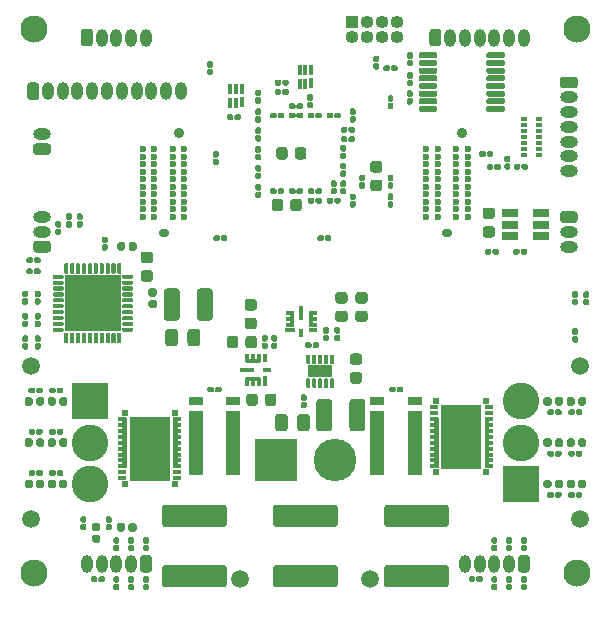
<source format=gbs>
%TF.GenerationSoftware,KiCad,Pcbnew,(5.1.6)-1*%
%TF.CreationDate,2020-11-09T17:25:15+01:00*%
%TF.ProjectId,omodri_laas,6f6d6f64-7269-45f6-9c61-61732e6b6963,1.0*%
%TF.SameCoordinates,Original*%
%TF.FileFunction,Soldermask,Bot*%
%TF.FilePolarity,Negative*%
%FSLAX46Y46*%
G04 Gerber Fmt 4.6, Leading zero omitted, Abs format (unit mm)*
G04 Created by KiCad (PCBNEW (5.1.6)-1) date 2020-11-09 17:25:15*
%MOMM*%
%LPD*%
G01*
G04 APERTURE LIST*
%ADD10C,0.100000*%
%ADD11C,0.350000*%
%ADD12C,3.600000*%
%ADD13R,3.600000X3.600000*%
%ADD14C,1.500000*%
%ADD15C,3.100000*%
%ADD16R,3.100000X3.100000*%
%ADD17R,0.800001X0.349999*%
%ADD18R,0.529999X0.475001*%
%ADD19R,3.400001X5.499999*%
%ADD20C,0.900000*%
%ADD21O,0.900000X0.700000*%
%ADD22C,0.600000*%
%ADD23R,0.599999X0.300000*%
%ADD24O,1.000000X1.500000*%
%ADD25R,0.350000X0.800000*%
%ADD26R,0.800000X0.350000*%
%ADD27R,1.200000X0.350000*%
%ADD28R,0.350000X0.900000*%
%ADD29R,0.350000X1.200000*%
%ADD30R,0.900000X0.350000*%
%ADD31R,1.300000X0.800000*%
%ADD32R,1.300000X5.500000*%
%ADD33O,1.100000X1.100000*%
%ADD34R,1.100000X1.100000*%
%ADD35R,0.380000X0.850000*%
%ADD36R,0.380000X0.950000*%
%ADD37C,2.300000*%
%ADD38R,1.320000X0.750000*%
%ADD39O,1.500000X1.000000*%
%ADD40R,2.100000X1.000000*%
%ADD41R,4.700000X4.700000*%
G04 APERTURE END LIST*
D10*
%TO.C,Q2*%
G36*
X114100000Y-84924999D02*
G01*
X113800000Y-84924999D01*
X113800000Y-89074999D01*
X114100000Y-89074999D01*
X114100000Y-84924999D01*
G37*
X114100000Y-84924999D02*
X113800000Y-84924999D01*
X113800000Y-89074999D01*
X114100000Y-89074999D01*
X114100000Y-84924999D01*
G36*
X109800000Y-84924999D02*
G01*
X109500000Y-84924999D01*
X109500000Y-89074999D01*
X109800000Y-89074999D01*
X109800000Y-84924999D01*
G37*
X109800000Y-84924999D02*
X109500000Y-84924999D01*
X109500000Y-89074999D01*
X109800000Y-89074999D01*
X109800000Y-84924999D01*
%TO.C,Q5*%
G36*
X135900000Y-89075001D02*
G01*
X136200000Y-89075001D01*
X136200000Y-84925001D01*
X135900000Y-84925001D01*
X135900000Y-89075001D01*
G37*
X135900000Y-89075001D02*
X136200000Y-89075001D01*
X136200000Y-84925001D01*
X135900000Y-84925001D01*
X135900000Y-89075001D01*
G36*
X140200000Y-89075001D02*
G01*
X140500000Y-89075001D01*
X140500000Y-84925001D01*
X140200000Y-84925001D01*
X140200000Y-89075001D01*
G37*
X140200000Y-89075001D02*
X140500000Y-89075001D01*
X140500000Y-84925001D01*
X140200000Y-84925001D01*
X140200000Y-89075001D01*
D11*
%TO.C,U4*%
X121050000Y-80087500D02*
X120050000Y-80087500D01*
X121050000Y-81637500D02*
X120050000Y-81637500D01*
%TO.C,U3*%
X125441800Y-76994700D02*
X125441800Y-75994700D01*
X123891800Y-76994700D02*
X123891800Y-75994700D01*
%TD*%
D12*
%TO.C,J13*%
X127500000Y-88500000D03*
D13*
X122500000Y-88500000D03*
D14*
X130500000Y-98500000D03*
X119500000Y-98500000D03*
%TD*%
D15*
%TO.C,J12*%
X143250000Y-83500000D03*
X143250000Y-87000000D03*
D16*
X143250000Y-90500000D03*
D14*
X148250000Y-80500000D03*
X148250000Y-93500000D03*
%TD*%
D15*
%TO.C,J11*%
X106750000Y-90500000D03*
X106750000Y-87000000D03*
D16*
X106750000Y-83500000D03*
D14*
X101750000Y-93500000D03*
X101750000Y-80500000D03*
%TD*%
D17*
%TO.C,Q2*%
X109450000Y-89999999D03*
X109450000Y-89500000D03*
X109450000Y-88999999D03*
X109450000Y-88500000D03*
X109450000Y-87999998D03*
X109450000Y-87499999D03*
X109450000Y-87000000D03*
X109450000Y-86499998D03*
X109450000Y-85999999D03*
X109450000Y-85499998D03*
X109450000Y-84999999D03*
X114150000Y-84999999D03*
X114150000Y-85499998D03*
X114150000Y-85999999D03*
X114150000Y-86499998D03*
X114150000Y-87000000D03*
X114150000Y-87499999D03*
X114150000Y-87999998D03*
X114150000Y-88500000D03*
X114150000Y-88999999D03*
X114150000Y-89500000D03*
X114150000Y-89999999D03*
D18*
X109685000Y-90512998D03*
X109685000Y-84487000D03*
X113915000Y-84487000D03*
X113915000Y-90512998D03*
D19*
X111800000Y-87499999D03*
%TD*%
D17*
%TO.C,Q5*%
X140550000Y-84000001D03*
X140550000Y-84500000D03*
X140550000Y-85000001D03*
X140550000Y-85500000D03*
X140550000Y-86000002D03*
X140550000Y-86500001D03*
X140550000Y-87000000D03*
X140550000Y-87500002D03*
X140550000Y-88000001D03*
X140550000Y-88500002D03*
X140550000Y-89000001D03*
X135850000Y-89000001D03*
X135850000Y-88500002D03*
X135850000Y-88000001D03*
X135850000Y-87500002D03*
X135850000Y-87000000D03*
X135850000Y-86500001D03*
X135850000Y-86000002D03*
X135850000Y-85500000D03*
X135850000Y-85000001D03*
X135850000Y-84500000D03*
X135850000Y-84000001D03*
D18*
X140315000Y-83487002D03*
X140315000Y-89513000D03*
X136085000Y-89513000D03*
X136085000Y-83487002D03*
D19*
X138200000Y-86500001D03*
%TD*%
D20*
%TO.C,J15*%
X114270000Y-60740000D03*
D21*
X113000000Y-69260000D03*
D22*
X113790000Y-67857500D03*
X113790000Y-67222500D03*
X113790000Y-66587500D03*
X113790000Y-65952500D03*
X113790000Y-65317500D03*
X113790000Y-64682500D03*
X113790000Y-64047500D03*
X113790000Y-63412500D03*
X113790000Y-62777500D03*
X113790000Y-62142500D03*
X114750000Y-67857500D03*
X114750000Y-67222500D03*
X114750000Y-66587500D03*
X114750000Y-65952500D03*
X114750000Y-65317500D03*
X114750000Y-64682500D03*
X114750000Y-64047500D03*
X114750000Y-63412500D03*
X114750000Y-62777500D03*
X114750000Y-62142500D03*
X112210000Y-67857500D03*
X112210000Y-67222500D03*
X112210000Y-66587500D03*
X112210000Y-65952500D03*
X112210000Y-65317500D03*
X112210000Y-64682500D03*
X112210000Y-64047500D03*
X112210000Y-63412500D03*
X112210000Y-62777500D03*
X112210000Y-62142500D03*
X111250000Y-67857500D03*
X111250000Y-67222500D03*
X111250000Y-66587500D03*
X111250000Y-65952500D03*
X111250000Y-65317500D03*
X111250000Y-64682500D03*
X111250000Y-64047500D03*
X111250000Y-63412500D03*
X111250000Y-62777500D03*
X111250000Y-62142500D03*
%TD*%
D23*
%TO.C,U13*%
X144775000Y-59624995D03*
X144775000Y-60124994D03*
X144775000Y-60624996D03*
X144775000Y-61124995D03*
X144775000Y-61624997D03*
X144775000Y-62124996D03*
X144775000Y-62624995D03*
X143525000Y-62624995D03*
X143525000Y-62124996D03*
X143525000Y-61624997D03*
X143525000Y-61124995D03*
X143525000Y-60624996D03*
X143525000Y-60124994D03*
X143525000Y-59624995D03*
%TD*%
D24*
%TO.C,J2*%
X111500000Y-52700000D03*
X110250000Y-52700000D03*
X109000000Y-52700000D03*
X107750000Y-52700000D03*
G36*
G01*
X106000000Y-53200000D02*
X106000000Y-52200000D01*
G75*
G02*
X106250000Y-51950000I250000J0D01*
G01*
X106750000Y-51950000D01*
G75*
G02*
X107000000Y-52200000I0J-250000D01*
G01*
X107000000Y-53200000D01*
G75*
G02*
X106750000Y-53450000I-250000J0D01*
G01*
X106250000Y-53450000D01*
G75*
G02*
X106000000Y-53200000I0J250000D01*
G01*
G37*
%TD*%
%TO.C,J5*%
X106500000Y-97250000D03*
X107750000Y-97250000D03*
X109000000Y-97250000D03*
X110250000Y-97250000D03*
G36*
G01*
X112000000Y-96750000D02*
X112000000Y-97750000D01*
G75*
G02*
X111750000Y-98000000I-250000J0D01*
G01*
X111250000Y-98000000D01*
G75*
G02*
X111000000Y-97750000I0J250000D01*
G01*
X111000000Y-96750000D01*
G75*
G02*
X111250000Y-96500000I250000J0D01*
G01*
X111750000Y-96500000D01*
G75*
G02*
X112000000Y-96750000I0J-250000D01*
G01*
G37*
%TD*%
%TO.C,J6*%
X138500000Y-97250000D03*
X139750000Y-97250000D03*
X141000000Y-97250000D03*
X142250000Y-97250000D03*
G36*
G01*
X144000000Y-96750000D02*
X144000000Y-97750000D01*
G75*
G02*
X143750000Y-98000000I-250000J0D01*
G01*
X143250000Y-98000000D01*
G75*
G02*
X143000000Y-97750000I0J250000D01*
G01*
X143000000Y-96750000D01*
G75*
G02*
X143250000Y-96500000I250000J0D01*
G01*
X143750000Y-96500000D01*
G75*
G02*
X144000000Y-96750000I0J-250000D01*
G01*
G37*
%TD*%
%TO.C,C88*%
G36*
G01*
X103955000Y-86205000D02*
X103955000Y-85955000D01*
G75*
G02*
X104080000Y-85830000I125000J0D01*
G01*
X104390000Y-85830000D01*
G75*
G02*
X104515000Y-85955000I0J-125000D01*
G01*
X104515000Y-86205000D01*
G75*
G02*
X104390000Y-86330000I-125000J0D01*
G01*
X104080000Y-86330000D01*
G75*
G02*
X103955000Y-86205000I0J125000D01*
G01*
G37*
G36*
G01*
X103315000Y-86205000D02*
X103315000Y-85955000D01*
G75*
G02*
X103440000Y-85830000I125000J0D01*
G01*
X103750000Y-85830000D01*
G75*
G02*
X103875000Y-85955000I0J-125000D01*
G01*
X103875000Y-86205000D01*
G75*
G02*
X103750000Y-86330000I-125000J0D01*
G01*
X103440000Y-86330000D01*
G75*
G02*
X103315000Y-86205000I0J125000D01*
G01*
G37*
%TD*%
%TO.C,R61*%
G36*
G01*
X148905000Y-74740000D02*
X148655000Y-74740000D01*
G75*
G02*
X148530000Y-74615000I0J125000D01*
G01*
X148530000Y-74305000D01*
G75*
G02*
X148655000Y-74180000I125000J0D01*
G01*
X148905000Y-74180000D01*
G75*
G02*
X149030000Y-74305000I0J-125000D01*
G01*
X149030000Y-74615000D01*
G75*
G02*
X148905000Y-74740000I-125000J0D01*
G01*
G37*
G36*
G01*
X148905000Y-75380000D02*
X148655000Y-75380000D01*
G75*
G02*
X148530000Y-75255000I0J125000D01*
G01*
X148530000Y-74945000D01*
G75*
G02*
X148655000Y-74820000I125000J0D01*
G01*
X148905000Y-74820000D01*
G75*
G02*
X149030000Y-74945000I0J-125000D01*
G01*
X149030000Y-75255000D01*
G75*
G02*
X148905000Y-75380000I-125000J0D01*
G01*
G37*
%TD*%
%TO.C,R60*%
G36*
G01*
X147955000Y-74740000D02*
X147705000Y-74740000D01*
G75*
G02*
X147580000Y-74615000I0J125000D01*
G01*
X147580000Y-74305000D01*
G75*
G02*
X147705000Y-74180000I125000J0D01*
G01*
X147955000Y-74180000D01*
G75*
G02*
X148080000Y-74305000I0J-125000D01*
G01*
X148080000Y-74615000D01*
G75*
G02*
X147955000Y-74740000I-125000J0D01*
G01*
G37*
G36*
G01*
X147955000Y-75380000D02*
X147705000Y-75380000D01*
G75*
G02*
X147580000Y-75255000I0J125000D01*
G01*
X147580000Y-74945000D01*
G75*
G02*
X147705000Y-74820000I125000J0D01*
G01*
X147955000Y-74820000D01*
G75*
G02*
X148080000Y-74945000I0J-125000D01*
G01*
X148080000Y-75255000D01*
G75*
G02*
X147955000Y-75380000I-125000J0D01*
G01*
G37*
%TD*%
%TO.C,C98*%
G36*
G01*
X147705000Y-77960000D02*
X147955000Y-77960000D01*
G75*
G02*
X148080000Y-78085000I0J-125000D01*
G01*
X148080000Y-78395000D01*
G75*
G02*
X147955000Y-78520000I-125000J0D01*
G01*
X147705000Y-78520000D01*
G75*
G02*
X147580000Y-78395000I0J125000D01*
G01*
X147580000Y-78085000D01*
G75*
G02*
X147705000Y-77960000I125000J0D01*
G01*
G37*
G36*
G01*
X147705000Y-77320000D02*
X147955000Y-77320000D01*
G75*
G02*
X148080000Y-77445000I0J-125000D01*
G01*
X148080000Y-77755000D01*
G75*
G02*
X147955000Y-77880000I-125000J0D01*
G01*
X147705000Y-77880000D01*
G75*
G02*
X147580000Y-77755000I0J125000D01*
G01*
X147580000Y-77445000D01*
G75*
G02*
X147705000Y-77320000I125000J0D01*
G01*
G37*
%TD*%
D25*
%TO.C,U4*%
X120050000Y-79862500D03*
X120550000Y-79862500D03*
X121050000Y-79862500D03*
X120050000Y-81862500D03*
X120550000Y-81862500D03*
X121050000Y-81862500D03*
D26*
X121750000Y-80862500D03*
D25*
X121550000Y-79862500D03*
D27*
X120050000Y-80862500D03*
D28*
X121550000Y-81812500D03*
%TD*%
D26*
%TO.C,U3*%
X125666800Y-75994700D03*
X125666800Y-76494700D03*
X125666800Y-76994700D03*
X123666800Y-75994700D03*
X123666800Y-76494700D03*
X123666800Y-76994700D03*
D25*
X124666800Y-77694700D03*
D26*
X125666800Y-77494700D03*
D29*
X124666800Y-75994700D03*
D30*
X123716800Y-77494700D03*
%TD*%
D31*
%TO.C,R56*%
X131100000Y-83450000D03*
X134300000Y-83450000D03*
D32*
X131100000Y-87000000D03*
X134300000Y-87000000D03*
%TD*%
%TO.C,C1*%
G36*
G01*
X105105000Y-68150000D02*
X104855000Y-68150000D01*
G75*
G02*
X104730000Y-68025000I0J125000D01*
G01*
X104730000Y-67715000D01*
G75*
G02*
X104855000Y-67590000I125000J0D01*
G01*
X105105000Y-67590000D01*
G75*
G02*
X105230000Y-67715000I0J-125000D01*
G01*
X105230000Y-68025000D01*
G75*
G02*
X105105000Y-68150000I-125000J0D01*
G01*
G37*
G36*
G01*
X105105000Y-68790000D02*
X104855000Y-68790000D01*
G75*
G02*
X104730000Y-68665000I0J125000D01*
G01*
X104730000Y-68355000D01*
G75*
G02*
X104855000Y-68230000I125000J0D01*
G01*
X105105000Y-68230000D01*
G75*
G02*
X105230000Y-68355000I0J-125000D01*
G01*
X105230000Y-68665000D01*
G75*
G02*
X105105000Y-68790000I-125000J0D01*
G01*
G37*
%TD*%
%TO.C,C3*%
G36*
G01*
X128325400Y-65340000D02*
X128075400Y-65340000D01*
G75*
G02*
X127950400Y-65215000I0J125000D01*
G01*
X127950400Y-64905000D01*
G75*
G02*
X128075400Y-64780000I125000J0D01*
G01*
X128325400Y-64780000D01*
G75*
G02*
X128450400Y-64905000I0J-125000D01*
G01*
X128450400Y-65215000D01*
G75*
G02*
X128325400Y-65340000I-125000J0D01*
G01*
G37*
G36*
G01*
X128325400Y-65980000D02*
X128075400Y-65980000D01*
G75*
G02*
X127950400Y-65855000I0J125000D01*
G01*
X127950400Y-65545000D01*
G75*
G02*
X128075400Y-65420000I125000J0D01*
G01*
X128325400Y-65420000D01*
G75*
G02*
X128450400Y-65545000I0J-125000D01*
G01*
X128450400Y-65855000D01*
G75*
G02*
X128325400Y-65980000I-125000J0D01*
G01*
G37*
%TD*%
%TO.C,C4*%
G36*
G01*
X128878292Y-66543334D02*
X129128292Y-66543334D01*
G75*
G02*
X129253292Y-66668334I0J-125000D01*
G01*
X129253292Y-66978334D01*
G75*
G02*
X129128292Y-67103334I-125000J0D01*
G01*
X128878292Y-67103334D01*
G75*
G02*
X128753292Y-66978334I0J125000D01*
G01*
X128753292Y-66668334D01*
G75*
G02*
X128878292Y-66543334I125000J0D01*
G01*
G37*
G36*
G01*
X128878292Y-65903334D02*
X129128292Y-65903334D01*
G75*
G02*
X129253292Y-66028334I0J-125000D01*
G01*
X129253292Y-66338334D01*
G75*
G02*
X129128292Y-66463334I-125000J0D01*
G01*
X128878292Y-66463334D01*
G75*
G02*
X128753292Y-66338334I0J125000D01*
G01*
X128753292Y-66028334D01*
G75*
G02*
X128878292Y-65903334I125000J0D01*
G01*
G37*
%TD*%
%TO.C,C5*%
G36*
G01*
X128560000Y-61175000D02*
X128560000Y-61425000D01*
G75*
G02*
X128435000Y-61550000I-125000J0D01*
G01*
X128125000Y-61550000D01*
G75*
G02*
X128000000Y-61425000I0J125000D01*
G01*
X128000000Y-61175000D01*
G75*
G02*
X128125000Y-61050000I125000J0D01*
G01*
X128435000Y-61050000D01*
G75*
G02*
X128560000Y-61175000I0J-125000D01*
G01*
G37*
G36*
G01*
X129200000Y-61175000D02*
X129200000Y-61425000D01*
G75*
G02*
X129075000Y-61550000I-125000J0D01*
G01*
X128765000Y-61550000D01*
G75*
G02*
X128640000Y-61425000I0J125000D01*
G01*
X128640000Y-61175000D01*
G75*
G02*
X128765000Y-61050000I125000J0D01*
G01*
X129075000Y-61050000D01*
G75*
G02*
X129200000Y-61175000I0J-125000D01*
G01*
G37*
%TD*%
%TO.C,C6*%
G36*
G01*
X128560000Y-60375000D02*
X128560000Y-60625000D01*
G75*
G02*
X128435000Y-60750000I-125000J0D01*
G01*
X128125000Y-60750000D01*
G75*
G02*
X128000000Y-60625000I0J125000D01*
G01*
X128000000Y-60375000D01*
G75*
G02*
X128125000Y-60250000I125000J0D01*
G01*
X128435000Y-60250000D01*
G75*
G02*
X128560000Y-60375000I0J-125000D01*
G01*
G37*
G36*
G01*
X129200000Y-60375000D02*
X129200000Y-60625000D01*
G75*
G02*
X129075000Y-60750000I-125000J0D01*
G01*
X128765000Y-60750000D01*
G75*
G02*
X128640000Y-60625000I0J125000D01*
G01*
X128640000Y-60375000D01*
G75*
G02*
X128765000Y-60250000I125000J0D01*
G01*
X129075000Y-60250000D01*
G75*
G02*
X129200000Y-60375000I0J-125000D01*
G01*
G37*
%TD*%
%TO.C,C7*%
G36*
G01*
X122965000Y-57185000D02*
X122965000Y-57435000D01*
G75*
G02*
X122840000Y-57560000I-125000J0D01*
G01*
X122530000Y-57560000D01*
G75*
G02*
X122405000Y-57435000I0J125000D01*
G01*
X122405000Y-57185000D01*
G75*
G02*
X122530000Y-57060000I125000J0D01*
G01*
X122840000Y-57060000D01*
G75*
G02*
X122965000Y-57185000I0J-125000D01*
G01*
G37*
G36*
G01*
X123605000Y-57185000D02*
X123605000Y-57435000D01*
G75*
G02*
X123480000Y-57560000I-125000J0D01*
G01*
X123170000Y-57560000D01*
G75*
G02*
X123045000Y-57435000I0J125000D01*
G01*
X123045000Y-57185000D01*
G75*
G02*
X123170000Y-57060000I125000J0D01*
G01*
X123480000Y-57060000D01*
G75*
G02*
X123605000Y-57185000I0J-125000D01*
G01*
G37*
%TD*%
%TO.C,C8*%
G36*
G01*
X122962370Y-56383287D02*
X122962370Y-56633287D01*
G75*
G02*
X122837370Y-56758287I-125000J0D01*
G01*
X122527370Y-56758287D01*
G75*
G02*
X122402370Y-56633287I0J125000D01*
G01*
X122402370Y-56383287D01*
G75*
G02*
X122527370Y-56258287I125000J0D01*
G01*
X122837370Y-56258287D01*
G75*
G02*
X122962370Y-56383287I0J-125000D01*
G01*
G37*
G36*
G01*
X123602370Y-56383287D02*
X123602370Y-56633287D01*
G75*
G02*
X123477370Y-56758287I-125000J0D01*
G01*
X123167370Y-56758287D01*
G75*
G02*
X123042370Y-56633287I0J125000D01*
G01*
X123042370Y-56383287D01*
G75*
G02*
X123167370Y-56258287I125000J0D01*
G01*
X123477370Y-56258287D01*
G75*
G02*
X123602370Y-56383287I0J-125000D01*
G01*
G37*
%TD*%
%TO.C,C9*%
G36*
G01*
X128725000Y-85775000D02*
X128725000Y-83565000D01*
G75*
G02*
X128995000Y-83295000I270000J0D01*
G01*
X129805000Y-83295000D01*
G75*
G02*
X130075000Y-83565000I0J-270000D01*
G01*
X130075000Y-85775000D01*
G75*
G02*
X129805000Y-86045000I-270000J0D01*
G01*
X128995000Y-86045000D01*
G75*
G02*
X128725000Y-85775000I0J270000D01*
G01*
G37*
G36*
G01*
X125925000Y-85775000D02*
X125925000Y-83565000D01*
G75*
G02*
X126195000Y-83295000I270000J0D01*
G01*
X127005000Y-83295000D01*
G75*
G02*
X127275000Y-83565000I0J-270000D01*
G01*
X127275000Y-85775000D01*
G75*
G02*
X127005000Y-86045000I-270000J0D01*
G01*
X126195000Y-86045000D01*
G75*
G02*
X125925000Y-85775000I0J270000D01*
G01*
G37*
%TD*%
%TO.C,C10*%
G36*
G01*
X123500000Y-84818750D02*
X123500000Y-85781250D01*
G75*
G02*
X123231250Y-86050000I-268750J0D01*
G01*
X122693750Y-86050000D01*
G75*
G02*
X122425000Y-85781250I0J268750D01*
G01*
X122425000Y-84818750D01*
G75*
G02*
X122693750Y-84550000I268750J0D01*
G01*
X123231250Y-84550000D01*
G75*
G02*
X123500000Y-84818750I0J-268750D01*
G01*
G37*
G36*
G01*
X125375000Y-84818750D02*
X125375000Y-85781250D01*
G75*
G02*
X125106250Y-86050000I-268750J0D01*
G01*
X124568750Y-86050000D01*
G75*
G02*
X124300000Y-85781250I0J268750D01*
G01*
X124300000Y-84818750D01*
G75*
G02*
X124568750Y-84550000I268750J0D01*
G01*
X125106250Y-84550000D01*
G75*
G02*
X125375000Y-84818750I0J-268750D01*
G01*
G37*
%TD*%
%TO.C,C11*%
G36*
G01*
X125610000Y-78875000D02*
X125610000Y-78625000D01*
G75*
G02*
X125735000Y-78500000I125000J0D01*
G01*
X126045000Y-78500000D01*
G75*
G02*
X126170000Y-78625000I0J-125000D01*
G01*
X126170000Y-78875000D01*
G75*
G02*
X126045000Y-79000000I-125000J0D01*
G01*
X125735000Y-79000000D01*
G75*
G02*
X125610000Y-78875000I0J125000D01*
G01*
G37*
G36*
G01*
X124970000Y-78875000D02*
X124970000Y-78625000D01*
G75*
G02*
X125095000Y-78500000I125000J0D01*
G01*
X125405000Y-78500000D01*
G75*
G02*
X125530000Y-78625000I0J-125000D01*
G01*
X125530000Y-78875000D01*
G75*
G02*
X125405000Y-79000000I-125000J0D01*
G01*
X125095000Y-79000000D01*
G75*
G02*
X124970000Y-78875000I0J125000D01*
G01*
G37*
%TD*%
%TO.C,C12*%
G36*
G01*
X124725000Y-83540000D02*
X124975000Y-83540000D01*
G75*
G02*
X125100000Y-83665000I0J-125000D01*
G01*
X125100000Y-83975000D01*
G75*
G02*
X124975000Y-84100000I-125000J0D01*
G01*
X124725000Y-84100000D01*
G75*
G02*
X124600000Y-83975000I0J125000D01*
G01*
X124600000Y-83665000D01*
G75*
G02*
X124725000Y-83540000I125000J0D01*
G01*
G37*
G36*
G01*
X124725000Y-82900000D02*
X124975000Y-82900000D01*
G75*
G02*
X125100000Y-83025000I0J-125000D01*
G01*
X125100000Y-83335000D01*
G75*
G02*
X124975000Y-83460000I-125000J0D01*
G01*
X124725000Y-83460000D01*
G75*
G02*
X124600000Y-83335000I0J125000D01*
G01*
X124600000Y-83025000D01*
G75*
G02*
X124725000Y-82900000I125000J0D01*
G01*
G37*
%TD*%
%TO.C,C13*%
G36*
G01*
X120975000Y-83092500D02*
X120975000Y-83655000D01*
G75*
G02*
X120731250Y-83898750I-243750J0D01*
G01*
X120243750Y-83898750D01*
G75*
G02*
X120000000Y-83655000I0J243750D01*
G01*
X120000000Y-83092500D01*
G75*
G02*
X120243750Y-82848750I243750J0D01*
G01*
X120731250Y-82848750D01*
G75*
G02*
X120975000Y-83092500I0J-243750D01*
G01*
G37*
G36*
G01*
X122550000Y-83092500D02*
X122550000Y-83655000D01*
G75*
G02*
X122306250Y-83898750I-243750J0D01*
G01*
X121818750Y-83898750D01*
G75*
G02*
X121575000Y-83655000I0J243750D01*
G01*
X121575000Y-83092500D01*
G75*
G02*
X121818750Y-82848750I243750J0D01*
G01*
X122306250Y-82848750D01*
G75*
G02*
X122550000Y-83092500I0J-243750D01*
G01*
G37*
%TD*%
%TO.C,C14*%
G36*
G01*
X123720000Y-67161250D02*
X123720000Y-66598750D01*
G75*
G02*
X123963750Y-66355000I243750J0D01*
G01*
X124451250Y-66355000D01*
G75*
G02*
X124695000Y-66598750I0J-243750D01*
G01*
X124695000Y-67161250D01*
G75*
G02*
X124451250Y-67405000I-243750J0D01*
G01*
X123963750Y-67405000D01*
G75*
G02*
X123720000Y-67161250I0J243750D01*
G01*
G37*
G36*
G01*
X122145000Y-67161250D02*
X122145000Y-66598750D01*
G75*
G02*
X122388750Y-66355000I243750J0D01*
G01*
X122876250Y-66355000D01*
G75*
G02*
X123120000Y-66598750I0J-243750D01*
G01*
X123120000Y-67161250D01*
G75*
G02*
X122876250Y-67405000I-243750J0D01*
G01*
X122388750Y-67405000D01*
G75*
G02*
X122145000Y-67161250I0J243750D01*
G01*
G37*
%TD*%
%TO.C,C15*%
G36*
G01*
X124240000Y-65826566D02*
X124240000Y-65576566D01*
G75*
G02*
X124365000Y-65451566I125000J0D01*
G01*
X124675000Y-65451566D01*
G75*
G02*
X124800000Y-65576566I0J-125000D01*
G01*
X124800000Y-65826566D01*
G75*
G02*
X124675000Y-65951566I-125000J0D01*
G01*
X124365000Y-65951566D01*
G75*
G02*
X124240000Y-65826566I0J125000D01*
G01*
G37*
G36*
G01*
X123600000Y-65826566D02*
X123600000Y-65576566D01*
G75*
G02*
X123725000Y-65451566I125000J0D01*
G01*
X124035000Y-65451566D01*
G75*
G02*
X124160000Y-65576566I0J-125000D01*
G01*
X124160000Y-65826566D01*
G75*
G02*
X124035000Y-65951566I-125000J0D01*
G01*
X123725000Y-65951566D01*
G75*
G02*
X123600000Y-65826566I0J125000D01*
G01*
G37*
%TD*%
%TO.C,C16*%
G36*
G01*
X131281250Y-64132500D02*
X130718750Y-64132500D01*
G75*
G02*
X130475000Y-63888750I0J243750D01*
G01*
X130475000Y-63401250D01*
G75*
G02*
X130718750Y-63157500I243750J0D01*
G01*
X131281250Y-63157500D01*
G75*
G02*
X131525000Y-63401250I0J-243750D01*
G01*
X131525000Y-63888750D01*
G75*
G02*
X131281250Y-64132500I-243750J0D01*
G01*
G37*
G36*
G01*
X131281250Y-65707500D02*
X130718750Y-65707500D01*
G75*
G02*
X130475000Y-65463750I0J243750D01*
G01*
X130475000Y-64976250D01*
G75*
G02*
X130718750Y-64732500I243750J0D01*
G01*
X131281250Y-64732500D01*
G75*
G02*
X131525000Y-64976250I0J-243750D01*
G01*
X131525000Y-65463750D01*
G75*
G02*
X131281250Y-65707500I-243750J0D01*
G01*
G37*
%TD*%
%TO.C,C17*%
G36*
G01*
X129925000Y-64860000D02*
X129675000Y-64860000D01*
G75*
G02*
X129550000Y-64735000I0J125000D01*
G01*
X129550000Y-64425000D01*
G75*
G02*
X129675000Y-64300000I125000J0D01*
G01*
X129925000Y-64300000D01*
G75*
G02*
X130050000Y-64425000I0J-125000D01*
G01*
X130050000Y-64735000D01*
G75*
G02*
X129925000Y-64860000I-125000J0D01*
G01*
G37*
G36*
G01*
X129925000Y-65500000D02*
X129675000Y-65500000D01*
G75*
G02*
X129550000Y-65375000I0J125000D01*
G01*
X129550000Y-65065000D01*
G75*
G02*
X129675000Y-64940000I125000J0D01*
G01*
X129925000Y-64940000D01*
G75*
G02*
X130050000Y-65065000I0J-125000D01*
G01*
X130050000Y-65375000D01*
G75*
G02*
X129925000Y-65500000I-125000J0D01*
G01*
G37*
%TD*%
%TO.C,C19*%
G36*
G01*
X129000750Y-81020000D02*
X129563250Y-81020000D01*
G75*
G02*
X129807000Y-81263750I0J-243750D01*
G01*
X129807000Y-81751250D01*
G75*
G02*
X129563250Y-81995000I-243750J0D01*
G01*
X129000750Y-81995000D01*
G75*
G02*
X128757000Y-81751250I0J243750D01*
G01*
X128757000Y-81263750D01*
G75*
G02*
X129000750Y-81020000I243750J0D01*
G01*
G37*
G36*
G01*
X129000750Y-79445000D02*
X129563250Y-79445000D01*
G75*
G02*
X129807000Y-79688750I0J-243750D01*
G01*
X129807000Y-80176250D01*
G75*
G02*
X129563250Y-80420000I-243750J0D01*
G01*
X129000750Y-80420000D01*
G75*
G02*
X128757000Y-80176250I0J243750D01*
G01*
X128757000Y-79688750D01*
G75*
G02*
X129000750Y-79445000I243750J0D01*
G01*
G37*
%TD*%
%TO.C,C21*%
G36*
G01*
X119322500Y-78198750D02*
X119322500Y-78761250D01*
G75*
G02*
X119078750Y-79005000I-243750J0D01*
G01*
X118591250Y-79005000D01*
G75*
G02*
X118347500Y-78761250I0J243750D01*
G01*
X118347500Y-78198750D01*
G75*
G02*
X118591250Y-77955000I243750J0D01*
G01*
X119078750Y-77955000D01*
G75*
G02*
X119322500Y-78198750I0J-243750D01*
G01*
G37*
G36*
G01*
X120897500Y-78198750D02*
X120897500Y-78761250D01*
G75*
G02*
X120653750Y-79005000I-243750J0D01*
G01*
X120166250Y-79005000D01*
G75*
G02*
X119922500Y-78761250I0J243750D01*
G01*
X119922500Y-78198750D01*
G75*
G02*
X120166250Y-77955000I243750J0D01*
G01*
X120653750Y-77955000D01*
G75*
G02*
X120897500Y-78198750I0J-243750D01*
G01*
G37*
%TD*%
%TO.C,C22*%
G36*
G01*
X124100000Y-62781250D02*
X124100000Y-62218750D01*
G75*
G02*
X124343750Y-61975000I243750J0D01*
G01*
X124831250Y-61975000D01*
G75*
G02*
X125075000Y-62218750I0J-243750D01*
G01*
X125075000Y-62781250D01*
G75*
G02*
X124831250Y-63025000I-243750J0D01*
G01*
X124343750Y-63025000D01*
G75*
G02*
X124100000Y-62781250I0J243750D01*
G01*
G37*
G36*
G01*
X122525000Y-62781250D02*
X122525000Y-62218750D01*
G75*
G02*
X122768750Y-61975000I243750J0D01*
G01*
X123256250Y-61975000D01*
G75*
G02*
X123500000Y-62218750I0J-243750D01*
G01*
X123500000Y-62781250D01*
G75*
G02*
X123256250Y-63025000I-243750J0D01*
G01*
X122768750Y-63025000D01*
G75*
G02*
X122525000Y-62781250I0J243750D01*
G01*
G37*
%TD*%
%TO.C,C23*%
G36*
G01*
X124240000Y-59425000D02*
X124240000Y-59175000D01*
G75*
G02*
X124365000Y-59050000I125000J0D01*
G01*
X124675000Y-59050000D01*
G75*
G02*
X124800000Y-59175000I0J-125000D01*
G01*
X124800000Y-59425000D01*
G75*
G02*
X124675000Y-59550000I-125000J0D01*
G01*
X124365000Y-59550000D01*
G75*
G02*
X124240000Y-59425000I0J125000D01*
G01*
G37*
G36*
G01*
X123600000Y-59425000D02*
X123600000Y-59175000D01*
G75*
G02*
X123725000Y-59050000I125000J0D01*
G01*
X124035000Y-59050000D01*
G75*
G02*
X124160000Y-59175000I0J-125000D01*
G01*
X124160000Y-59425000D01*
G75*
G02*
X124035000Y-59550000I-125000J0D01*
G01*
X123725000Y-59550000D01*
G75*
G02*
X123600000Y-59425000I0J125000D01*
G01*
G37*
%TD*%
%TO.C,C26*%
G36*
G01*
X143220000Y-70955000D02*
X143220000Y-70705000D01*
G75*
G02*
X143345000Y-70580000I125000J0D01*
G01*
X143655000Y-70580000D01*
G75*
G02*
X143780000Y-70705000I0J-125000D01*
G01*
X143780000Y-70955000D01*
G75*
G02*
X143655000Y-71080000I-125000J0D01*
G01*
X143345000Y-71080000D01*
G75*
G02*
X143220000Y-70955000I0J125000D01*
G01*
G37*
G36*
G01*
X142580000Y-70955000D02*
X142580000Y-70705000D01*
G75*
G02*
X142705000Y-70580000I125000J0D01*
G01*
X143015000Y-70580000D01*
G75*
G02*
X143140000Y-70705000I0J-125000D01*
G01*
X143140000Y-70955000D01*
G75*
G02*
X143015000Y-71080000I-125000J0D01*
G01*
X142705000Y-71080000D01*
G75*
G02*
X142580000Y-70955000I0J125000D01*
G01*
G37*
%TD*%
%TO.C,C27*%
G36*
G01*
X140750000Y-70705000D02*
X140750000Y-70955000D01*
G75*
G02*
X140625000Y-71080000I-125000J0D01*
G01*
X140315000Y-71080000D01*
G75*
G02*
X140190000Y-70955000I0J125000D01*
G01*
X140190000Y-70705000D01*
G75*
G02*
X140315000Y-70580000I125000J0D01*
G01*
X140625000Y-70580000D01*
G75*
G02*
X140750000Y-70705000I0J-125000D01*
G01*
G37*
G36*
G01*
X141390000Y-70705000D02*
X141390000Y-70955000D01*
G75*
G02*
X141265000Y-71080000I-125000J0D01*
G01*
X140955000Y-71080000D01*
G75*
G02*
X140830000Y-70955000I0J125000D01*
G01*
X140830000Y-70705000D01*
G75*
G02*
X140955000Y-70580000I125000J0D01*
G01*
X141265000Y-70580000D01*
G75*
G02*
X141390000Y-70705000I0J-125000D01*
G01*
G37*
%TD*%
%TO.C,C28*%
G36*
G01*
X140236250Y-68667500D02*
X140798750Y-68667500D01*
G75*
G02*
X141042500Y-68911250I0J-243750D01*
G01*
X141042500Y-69398750D01*
G75*
G02*
X140798750Y-69642500I-243750J0D01*
G01*
X140236250Y-69642500D01*
G75*
G02*
X139992500Y-69398750I0J243750D01*
G01*
X139992500Y-68911250D01*
G75*
G02*
X140236250Y-68667500I243750J0D01*
G01*
G37*
G36*
G01*
X140236250Y-67092500D02*
X140798750Y-67092500D01*
G75*
G02*
X141042500Y-67336250I0J-243750D01*
G01*
X141042500Y-67823750D01*
G75*
G02*
X140798750Y-68067500I-243750J0D01*
G01*
X140236250Y-68067500D01*
G75*
G02*
X139992500Y-67823750I0J243750D01*
G01*
X139992500Y-67336250D01*
G75*
G02*
X140236250Y-67092500I243750J0D01*
G01*
G37*
%TD*%
%TO.C,C29*%
G36*
G01*
X132325000Y-66460000D02*
X132075000Y-66460000D01*
G75*
G02*
X131950000Y-66335000I0J125000D01*
G01*
X131950000Y-66025000D01*
G75*
G02*
X132075000Y-65900000I125000J0D01*
G01*
X132325000Y-65900000D01*
G75*
G02*
X132450000Y-66025000I0J-125000D01*
G01*
X132450000Y-66335000D01*
G75*
G02*
X132325000Y-66460000I-125000J0D01*
G01*
G37*
G36*
G01*
X132325000Y-67100000D02*
X132075000Y-67100000D01*
G75*
G02*
X131950000Y-66975000I0J125000D01*
G01*
X131950000Y-66665000D01*
G75*
G02*
X132075000Y-66540000I125000J0D01*
G01*
X132325000Y-66540000D01*
G75*
G02*
X132450000Y-66665000I0J-125000D01*
G01*
X132450000Y-66975000D01*
G75*
G02*
X132325000Y-67100000I-125000J0D01*
G01*
G37*
%TD*%
%TO.C,C34*%
G36*
G01*
X121119938Y-60863689D02*
X120869938Y-60863689D01*
G75*
G02*
X120744938Y-60738689I0J125000D01*
G01*
X120744938Y-60428689D01*
G75*
G02*
X120869938Y-60303689I125000J0D01*
G01*
X121119938Y-60303689D01*
G75*
G02*
X121244938Y-60428689I0J-125000D01*
G01*
X121244938Y-60738689D01*
G75*
G02*
X121119938Y-60863689I-125000J0D01*
G01*
G37*
G36*
G01*
X121119938Y-61503689D02*
X120869938Y-61503689D01*
G75*
G02*
X120744938Y-61378689I0J125000D01*
G01*
X120744938Y-61068689D01*
G75*
G02*
X120869938Y-60943689I125000J0D01*
G01*
X121119938Y-60943689D01*
G75*
G02*
X121244938Y-61068689I0J-125000D01*
G01*
X121244938Y-61378689D01*
G75*
G02*
X121119938Y-61503689I-125000J0D01*
G01*
G37*
%TD*%
%TO.C,C35*%
G36*
G01*
X120879163Y-64137523D02*
X121129163Y-64137523D01*
G75*
G02*
X121254163Y-64262523I0J-125000D01*
G01*
X121254163Y-64572523D01*
G75*
G02*
X121129163Y-64697523I-125000J0D01*
G01*
X120879163Y-64697523D01*
G75*
G02*
X120754163Y-64572523I0J125000D01*
G01*
X120754163Y-64262523D01*
G75*
G02*
X120879163Y-64137523I125000J0D01*
G01*
G37*
G36*
G01*
X120879163Y-63497523D02*
X121129163Y-63497523D01*
G75*
G02*
X121254163Y-63622523I0J-125000D01*
G01*
X121254163Y-63932523D01*
G75*
G02*
X121129163Y-64057523I-125000J0D01*
G01*
X120879163Y-64057523D01*
G75*
G02*
X120754163Y-63932523I0J125000D01*
G01*
X120754163Y-63622523D01*
G75*
G02*
X120879163Y-63497523I125000J0D01*
G01*
G37*
%TD*%
%TO.C,C36*%
G36*
G01*
X125841561Y-66625000D02*
X125841561Y-66375000D01*
G75*
G02*
X125966561Y-66250000I125000J0D01*
G01*
X126276561Y-66250000D01*
G75*
G02*
X126401561Y-66375000I0J-125000D01*
G01*
X126401561Y-66625000D01*
G75*
G02*
X126276561Y-66750000I-125000J0D01*
G01*
X125966561Y-66750000D01*
G75*
G02*
X125841561Y-66625000I0J125000D01*
G01*
G37*
G36*
G01*
X125201561Y-66625000D02*
X125201561Y-66375000D01*
G75*
G02*
X125326561Y-66250000I125000J0D01*
G01*
X125636561Y-66250000D01*
G75*
G02*
X125761561Y-66375000I0J-125000D01*
G01*
X125761561Y-66625000D01*
G75*
G02*
X125636561Y-66750000I-125000J0D01*
G01*
X125326561Y-66750000D01*
G75*
G02*
X125201561Y-66625000I0J125000D01*
G01*
G37*
%TD*%
%TO.C,C37*%
G36*
G01*
X128325000Y-62360000D02*
X128075000Y-62360000D01*
G75*
G02*
X127950000Y-62235000I0J125000D01*
G01*
X127950000Y-61925000D01*
G75*
G02*
X128075000Y-61800000I125000J0D01*
G01*
X128325000Y-61800000D01*
G75*
G02*
X128450000Y-61925000I0J-125000D01*
G01*
X128450000Y-62235000D01*
G75*
G02*
X128325000Y-62360000I-125000J0D01*
G01*
G37*
G36*
G01*
X128325000Y-63000000D02*
X128075000Y-63000000D01*
G75*
G02*
X127950000Y-62875000I0J125000D01*
G01*
X127950000Y-62565000D01*
G75*
G02*
X128075000Y-62440000I125000J0D01*
G01*
X128325000Y-62440000D01*
G75*
G02*
X128450000Y-62565000I0J-125000D01*
G01*
X128450000Y-62875000D01*
G75*
G02*
X128325000Y-63000000I-125000J0D01*
G01*
G37*
%TD*%
%TO.C,C38*%
G36*
G01*
X129125000Y-59258358D02*
X128875000Y-59258358D01*
G75*
G02*
X128750000Y-59133358I0J125000D01*
G01*
X128750000Y-58823358D01*
G75*
G02*
X128875000Y-58698358I125000J0D01*
G01*
X129125000Y-58698358D01*
G75*
G02*
X129250000Y-58823358I0J-125000D01*
G01*
X129250000Y-59133358D01*
G75*
G02*
X129125000Y-59258358I-125000J0D01*
G01*
G37*
G36*
G01*
X129125000Y-59898358D02*
X128875000Y-59898358D01*
G75*
G02*
X128750000Y-59773358I0J125000D01*
G01*
X128750000Y-59463358D01*
G75*
G02*
X128875000Y-59338358I125000J0D01*
G01*
X129125000Y-59338358D01*
G75*
G02*
X129250000Y-59463358I0J-125000D01*
G01*
X129250000Y-59773358D01*
G75*
G02*
X129125000Y-59898358I-125000J0D01*
G01*
G37*
%TD*%
%TO.C,C39*%
G36*
G01*
X124239965Y-58623446D02*
X124239965Y-58373446D01*
G75*
G02*
X124364965Y-58248446I125000J0D01*
G01*
X124674965Y-58248446D01*
G75*
G02*
X124799965Y-58373446I0J-125000D01*
G01*
X124799965Y-58623446D01*
G75*
G02*
X124674965Y-58748446I-125000J0D01*
G01*
X124364965Y-58748446D01*
G75*
G02*
X124239965Y-58623446I0J125000D01*
G01*
G37*
G36*
G01*
X123599965Y-58623446D02*
X123599965Y-58373446D01*
G75*
G02*
X123724965Y-58248446I125000J0D01*
G01*
X124034965Y-58248446D01*
G75*
G02*
X124159965Y-58373446I0J-125000D01*
G01*
X124159965Y-58623446D01*
G75*
G02*
X124034965Y-58748446I-125000J0D01*
G01*
X123724965Y-58748446D01*
G75*
G02*
X123599965Y-58623446I0J125000D01*
G01*
G37*
%TD*%
%TO.C,C40*%
G36*
G01*
X122640000Y-59425000D02*
X122640000Y-59175000D01*
G75*
G02*
X122765000Y-59050000I125000J0D01*
G01*
X123075000Y-59050000D01*
G75*
G02*
X123200000Y-59175000I0J-125000D01*
G01*
X123200000Y-59425000D01*
G75*
G02*
X123075000Y-59550000I-125000J0D01*
G01*
X122765000Y-59550000D01*
G75*
G02*
X122640000Y-59425000I0J125000D01*
G01*
G37*
G36*
G01*
X122000000Y-59425000D02*
X122000000Y-59175000D01*
G75*
G02*
X122125000Y-59050000I125000J0D01*
G01*
X122435000Y-59050000D01*
G75*
G02*
X122560000Y-59175000I0J-125000D01*
G01*
X122560000Y-59425000D01*
G75*
G02*
X122435000Y-59550000I-125000J0D01*
G01*
X122125000Y-59550000D01*
G75*
G02*
X122000000Y-59425000I0J125000D01*
G01*
G37*
%TD*%
%TO.C,C41*%
G36*
G01*
X121119938Y-59263488D02*
X120869938Y-59263488D01*
G75*
G02*
X120744938Y-59138488I0J125000D01*
G01*
X120744938Y-58828488D01*
G75*
G02*
X120869938Y-58703488I125000J0D01*
G01*
X121119938Y-58703488D01*
G75*
G02*
X121244938Y-58828488I0J-125000D01*
G01*
X121244938Y-59138488D01*
G75*
G02*
X121119938Y-59263488I-125000J0D01*
G01*
G37*
G36*
G01*
X121119938Y-59903488D02*
X120869938Y-59903488D01*
G75*
G02*
X120744938Y-59778488I0J125000D01*
G01*
X120744938Y-59468488D01*
G75*
G02*
X120869938Y-59343488I125000J0D01*
G01*
X121119938Y-59343488D01*
G75*
G02*
X121244938Y-59468488I0J-125000D01*
G01*
X121244938Y-59778488D01*
G75*
G02*
X121119938Y-59903488I-125000J0D01*
G01*
G37*
%TD*%
%TO.C,C42*%
G36*
G01*
X121125000Y-62460000D02*
X120875000Y-62460000D01*
G75*
G02*
X120750000Y-62335000I0J125000D01*
G01*
X120750000Y-62025000D01*
G75*
G02*
X120875000Y-61900000I125000J0D01*
G01*
X121125000Y-61900000D01*
G75*
G02*
X121250000Y-62025000I0J-125000D01*
G01*
X121250000Y-62335000D01*
G75*
G02*
X121125000Y-62460000I-125000J0D01*
G01*
G37*
G36*
G01*
X121125000Y-63100000D02*
X120875000Y-63100000D01*
G75*
G02*
X120750000Y-62975000I0J125000D01*
G01*
X120750000Y-62665000D01*
G75*
G02*
X120875000Y-62540000I125000J0D01*
G01*
X121125000Y-62540000D01*
G75*
G02*
X121250000Y-62665000I0J-125000D01*
G01*
X121250000Y-62975000D01*
G75*
G02*
X121125000Y-63100000I-125000J0D01*
G01*
G37*
%TD*%
%TO.C,C43*%
G36*
G01*
X120873346Y-65741675D02*
X121123346Y-65741675D01*
G75*
G02*
X121248346Y-65866675I0J-125000D01*
G01*
X121248346Y-66176675D01*
G75*
G02*
X121123346Y-66301675I-125000J0D01*
G01*
X120873346Y-66301675D01*
G75*
G02*
X120748346Y-66176675I0J125000D01*
G01*
X120748346Y-65866675D01*
G75*
G02*
X120873346Y-65741675I125000J0D01*
G01*
G37*
G36*
G01*
X120873346Y-65101675D02*
X121123346Y-65101675D01*
G75*
G02*
X121248346Y-65226675I0J-125000D01*
G01*
X121248346Y-65536675D01*
G75*
G02*
X121123346Y-65661675I-125000J0D01*
G01*
X120873346Y-65661675D01*
G75*
G02*
X120748346Y-65536675I0J125000D01*
G01*
X120748346Y-65226675D01*
G75*
G02*
X120873346Y-65101675I125000J0D01*
G01*
G37*
%TD*%
%TO.C,C44*%
G36*
G01*
X122560000Y-65573372D02*
X122560000Y-65823372D01*
G75*
G02*
X122435000Y-65948372I-125000J0D01*
G01*
X122125000Y-65948372D01*
G75*
G02*
X122000000Y-65823372I0J125000D01*
G01*
X122000000Y-65573372D01*
G75*
G02*
X122125000Y-65448372I125000J0D01*
G01*
X122435000Y-65448372D01*
G75*
G02*
X122560000Y-65573372I0J-125000D01*
G01*
G37*
G36*
G01*
X123200000Y-65573372D02*
X123200000Y-65823372D01*
G75*
G02*
X123075000Y-65948372I-125000J0D01*
G01*
X122765000Y-65948372D01*
G75*
G02*
X122640000Y-65823372I0J125000D01*
G01*
X122640000Y-65573372D01*
G75*
G02*
X122765000Y-65448372I125000J0D01*
G01*
X123075000Y-65448372D01*
G75*
G02*
X123200000Y-65573372I0J-125000D01*
G01*
G37*
%TD*%
%TO.C,C45*%
G36*
G01*
X127441579Y-66626600D02*
X127441579Y-66376600D01*
G75*
G02*
X127566579Y-66251600I125000J0D01*
G01*
X127876579Y-66251600D01*
G75*
G02*
X128001579Y-66376600I0J-125000D01*
G01*
X128001579Y-66626600D01*
G75*
G02*
X127876579Y-66751600I-125000J0D01*
G01*
X127566579Y-66751600D01*
G75*
G02*
X127441579Y-66626600I0J125000D01*
G01*
G37*
G36*
G01*
X126801579Y-66626600D02*
X126801579Y-66376600D01*
G75*
G02*
X126926579Y-66251600I125000J0D01*
G01*
X127236579Y-66251600D01*
G75*
G02*
X127361579Y-66376600I0J-125000D01*
G01*
X127361579Y-66626600D01*
G75*
G02*
X127236579Y-66751600I-125000J0D01*
G01*
X126926579Y-66751600D01*
G75*
G02*
X126801579Y-66626600I0J125000D01*
G01*
G37*
%TD*%
%TO.C,C46*%
G36*
G01*
X128075000Y-63940000D02*
X128325000Y-63940000D01*
G75*
G02*
X128450000Y-64065000I0J-125000D01*
G01*
X128450000Y-64375000D01*
G75*
G02*
X128325000Y-64500000I-125000J0D01*
G01*
X128075000Y-64500000D01*
G75*
G02*
X127950000Y-64375000I0J125000D01*
G01*
X127950000Y-64065000D01*
G75*
G02*
X128075000Y-63940000I125000J0D01*
G01*
G37*
G36*
G01*
X128075000Y-63300000D02*
X128325000Y-63300000D01*
G75*
G02*
X128450000Y-63425000I0J-125000D01*
G01*
X128450000Y-63735000D01*
G75*
G02*
X128325000Y-63860000I-125000J0D01*
G01*
X128075000Y-63860000D01*
G75*
G02*
X127950000Y-63735000I0J125000D01*
G01*
X127950000Y-63425000D01*
G75*
G02*
X128075000Y-63300000I125000J0D01*
G01*
G37*
%TD*%
%TO.C,C47*%
G36*
G01*
X127525000Y-65341599D02*
X127275000Y-65341599D01*
G75*
G02*
X127150000Y-65216599I0J125000D01*
G01*
X127150000Y-64906599D01*
G75*
G02*
X127275000Y-64781599I125000J0D01*
G01*
X127525000Y-64781599D01*
G75*
G02*
X127650000Y-64906599I0J-125000D01*
G01*
X127650000Y-65216599D01*
G75*
G02*
X127525000Y-65341599I-125000J0D01*
G01*
G37*
G36*
G01*
X127525000Y-65981599D02*
X127275000Y-65981599D01*
G75*
G02*
X127150000Y-65856599I0J125000D01*
G01*
X127150000Y-65546599D01*
G75*
G02*
X127275000Y-65421599I125000J0D01*
G01*
X127525000Y-65421599D01*
G75*
G02*
X127650000Y-65546599I0J-125000D01*
G01*
X127650000Y-65856599D01*
G75*
G02*
X127525000Y-65981599I-125000J0D01*
G01*
G37*
%TD*%
%TO.C,C48*%
G36*
G01*
X127360000Y-59175000D02*
X127360000Y-59425000D01*
G75*
G02*
X127235000Y-59550000I-125000J0D01*
G01*
X126925000Y-59550000D01*
G75*
G02*
X126800000Y-59425000I0J125000D01*
G01*
X126800000Y-59175000D01*
G75*
G02*
X126925000Y-59050000I125000J0D01*
G01*
X127235000Y-59050000D01*
G75*
G02*
X127360000Y-59175000I0J-125000D01*
G01*
G37*
G36*
G01*
X128000000Y-59175000D02*
X128000000Y-59425000D01*
G75*
G02*
X127875000Y-59550000I-125000J0D01*
G01*
X127565000Y-59550000D01*
G75*
G02*
X127440000Y-59425000I0J125000D01*
G01*
X127440000Y-59175000D01*
G75*
G02*
X127565000Y-59050000I125000J0D01*
G01*
X127875000Y-59050000D01*
G75*
G02*
X128000000Y-59175000I0J-125000D01*
G01*
G37*
%TD*%
%TO.C,C49*%
G36*
G01*
X125760000Y-59175000D02*
X125760000Y-59425000D01*
G75*
G02*
X125635000Y-59550000I-125000J0D01*
G01*
X125325000Y-59550000D01*
G75*
G02*
X125200000Y-59425000I0J125000D01*
G01*
X125200000Y-59175000D01*
G75*
G02*
X125325000Y-59050000I125000J0D01*
G01*
X125635000Y-59050000D01*
G75*
G02*
X125760000Y-59175000I0J-125000D01*
G01*
G37*
G36*
G01*
X126400000Y-59175000D02*
X126400000Y-59425000D01*
G75*
G02*
X126275000Y-59550000I-125000J0D01*
G01*
X125965000Y-59550000D01*
G75*
G02*
X125840000Y-59425000I0J125000D01*
G01*
X125840000Y-59175000D01*
G75*
G02*
X125965000Y-59050000I125000J0D01*
G01*
X126275000Y-59050000D01*
G75*
G02*
X126400000Y-59175000I0J-125000D01*
G01*
G37*
%TD*%
%TO.C,C50*%
G36*
G01*
X117525000Y-62860000D02*
X117275000Y-62860000D01*
G75*
G02*
X117150000Y-62735000I0J125000D01*
G01*
X117150000Y-62425000D01*
G75*
G02*
X117275000Y-62300000I125000J0D01*
G01*
X117525000Y-62300000D01*
G75*
G02*
X117650000Y-62425000I0J-125000D01*
G01*
X117650000Y-62735000D01*
G75*
G02*
X117525000Y-62860000I-125000J0D01*
G01*
G37*
G36*
G01*
X117525000Y-63500000D02*
X117275000Y-63500000D01*
G75*
G02*
X117150000Y-63375000I0J125000D01*
G01*
X117150000Y-63065000D01*
G75*
G02*
X117275000Y-62940000I125000J0D01*
G01*
X117525000Y-62940000D01*
G75*
G02*
X117650000Y-63065000I0J-125000D01*
G01*
X117650000Y-63375000D01*
G75*
G02*
X117525000Y-63500000I-125000J0D01*
G01*
G37*
%TD*%
%TO.C,C51*%
G36*
G01*
X120875000Y-57741667D02*
X121125000Y-57741667D01*
G75*
G02*
X121250000Y-57866667I0J-125000D01*
G01*
X121250000Y-58176667D01*
G75*
G02*
X121125000Y-58301667I-125000J0D01*
G01*
X120875000Y-58301667D01*
G75*
G02*
X120750000Y-58176667I0J125000D01*
G01*
X120750000Y-57866667D01*
G75*
G02*
X120875000Y-57741667I125000J0D01*
G01*
G37*
G36*
G01*
X120875000Y-57101667D02*
X121125000Y-57101667D01*
G75*
G02*
X121250000Y-57226667I0J-125000D01*
G01*
X121250000Y-57536667D01*
G75*
G02*
X121125000Y-57661667I-125000J0D01*
G01*
X120875000Y-57661667D01*
G75*
G02*
X120750000Y-57536667I0J125000D01*
G01*
X120750000Y-57226667D01*
G75*
G02*
X120875000Y-57101667I125000J0D01*
G01*
G37*
%TD*%
%TO.C,C52*%
G36*
G01*
X117055000Y-55260000D02*
X116805000Y-55260000D01*
G75*
G02*
X116680000Y-55135000I0J125000D01*
G01*
X116680000Y-54825000D01*
G75*
G02*
X116805000Y-54700000I125000J0D01*
G01*
X117055000Y-54700000D01*
G75*
G02*
X117180000Y-54825000I0J-125000D01*
G01*
X117180000Y-55135000D01*
G75*
G02*
X117055000Y-55260000I-125000J0D01*
G01*
G37*
G36*
G01*
X117055000Y-55900000D02*
X116805000Y-55900000D01*
G75*
G02*
X116680000Y-55775000I0J125000D01*
G01*
X116680000Y-55465000D01*
G75*
G02*
X116805000Y-55340000I125000J0D01*
G01*
X117055000Y-55340000D01*
G75*
G02*
X117180000Y-55465000I0J-125000D01*
G01*
X117180000Y-55775000D01*
G75*
G02*
X117055000Y-55900000I-125000J0D01*
G01*
G37*
%TD*%
%TO.C,C53*%
G36*
G01*
X117761596Y-69575000D02*
X117761596Y-69825000D01*
G75*
G02*
X117636596Y-69950000I-125000J0D01*
G01*
X117326596Y-69950000D01*
G75*
G02*
X117201596Y-69825000I0J125000D01*
G01*
X117201596Y-69575000D01*
G75*
G02*
X117326596Y-69450000I125000J0D01*
G01*
X117636596Y-69450000D01*
G75*
G02*
X117761596Y-69575000I0J-125000D01*
G01*
G37*
G36*
G01*
X118401596Y-69575000D02*
X118401596Y-69825000D01*
G75*
G02*
X118276596Y-69950000I-125000J0D01*
G01*
X117966596Y-69950000D01*
G75*
G02*
X117841596Y-69825000I0J125000D01*
G01*
X117841596Y-69575000D01*
G75*
G02*
X117966596Y-69450000I125000J0D01*
G01*
X118276596Y-69450000D01*
G75*
G02*
X118401596Y-69575000I0J-125000D01*
G01*
G37*
%TD*%
%TO.C,C54*%
G36*
G01*
X126640000Y-69820986D02*
X126640000Y-69570986D01*
G75*
G02*
X126765000Y-69445986I125000J0D01*
G01*
X127075000Y-69445986D01*
G75*
G02*
X127200000Y-69570986I0J-125000D01*
G01*
X127200000Y-69820986D01*
G75*
G02*
X127075000Y-69945986I-125000J0D01*
G01*
X126765000Y-69945986D01*
G75*
G02*
X126640000Y-69820986I0J125000D01*
G01*
G37*
G36*
G01*
X126000000Y-69820986D02*
X126000000Y-69570986D01*
G75*
G02*
X126125000Y-69445986I125000J0D01*
G01*
X126435000Y-69445986D01*
G75*
G02*
X126560000Y-69570986I0J-125000D01*
G01*
X126560000Y-69820986D01*
G75*
G02*
X126435000Y-69945986I-125000J0D01*
G01*
X126125000Y-69945986D01*
G75*
G02*
X126000000Y-69820986I0J125000D01*
G01*
G37*
%TD*%
%TO.C,C55*%
G36*
G01*
X132075000Y-64940000D02*
X132325000Y-64940000D01*
G75*
G02*
X132450000Y-65065000I0J-125000D01*
G01*
X132450000Y-65375000D01*
G75*
G02*
X132325000Y-65500000I-125000J0D01*
G01*
X132075000Y-65500000D01*
G75*
G02*
X131950000Y-65375000I0J125000D01*
G01*
X131950000Y-65065000D01*
G75*
G02*
X132075000Y-64940000I125000J0D01*
G01*
G37*
G36*
G01*
X132075000Y-64300000D02*
X132325000Y-64300000D01*
G75*
G02*
X132450000Y-64425000I0J-125000D01*
G01*
X132450000Y-64735000D01*
G75*
G02*
X132325000Y-64860000I-125000J0D01*
G01*
X132075000Y-64860000D01*
G75*
G02*
X131950000Y-64735000I0J125000D01*
G01*
X131950000Y-64425000D01*
G75*
G02*
X132075000Y-64300000I125000J0D01*
G01*
G37*
%TD*%
%TO.C,C56*%
G36*
G01*
X132240000Y-55425000D02*
X132240000Y-55175000D01*
G75*
G02*
X132365000Y-55050000I125000J0D01*
G01*
X132675000Y-55050000D01*
G75*
G02*
X132800000Y-55175000I0J-125000D01*
G01*
X132800000Y-55425000D01*
G75*
G02*
X132675000Y-55550000I-125000J0D01*
G01*
X132365000Y-55550000D01*
G75*
G02*
X132240000Y-55425000I0J125000D01*
G01*
G37*
G36*
G01*
X131600000Y-55425000D02*
X131600000Y-55175000D01*
G75*
G02*
X131725000Y-55050000I125000J0D01*
G01*
X132035000Y-55050000D01*
G75*
G02*
X132160000Y-55175000I0J-125000D01*
G01*
X132160000Y-55425000D01*
G75*
G02*
X132035000Y-55550000I-125000J0D01*
G01*
X131725000Y-55550000D01*
G75*
G02*
X131600000Y-55425000I0J125000D01*
G01*
G37*
%TD*%
%TO.C,C57*%
G36*
G01*
X111375000Y-98940000D02*
X111625000Y-98940000D01*
G75*
G02*
X111750000Y-99065000I0J-125000D01*
G01*
X111750000Y-99375000D01*
G75*
G02*
X111625000Y-99500000I-125000J0D01*
G01*
X111375000Y-99500000D01*
G75*
G02*
X111250000Y-99375000I0J125000D01*
G01*
X111250000Y-99065000D01*
G75*
G02*
X111375000Y-98940000I125000J0D01*
G01*
G37*
G36*
G01*
X111375000Y-98300000D02*
X111625000Y-98300000D01*
G75*
G02*
X111750000Y-98425000I0J-125000D01*
G01*
X111750000Y-98735000D01*
G75*
G02*
X111625000Y-98860000I-125000J0D01*
G01*
X111375000Y-98860000D01*
G75*
G02*
X111250000Y-98735000I0J125000D01*
G01*
X111250000Y-98425000D01*
G75*
G02*
X111375000Y-98300000I125000J0D01*
G01*
G37*
%TD*%
%TO.C,C58*%
G36*
G01*
X110125000Y-98940000D02*
X110375000Y-98940000D01*
G75*
G02*
X110500000Y-99065000I0J-125000D01*
G01*
X110500000Y-99375000D01*
G75*
G02*
X110375000Y-99500000I-125000J0D01*
G01*
X110125000Y-99500000D01*
G75*
G02*
X110000000Y-99375000I0J125000D01*
G01*
X110000000Y-99065000D01*
G75*
G02*
X110125000Y-98940000I125000J0D01*
G01*
G37*
G36*
G01*
X110125000Y-98300000D02*
X110375000Y-98300000D01*
G75*
G02*
X110500000Y-98425000I0J-125000D01*
G01*
X110500000Y-98735000D01*
G75*
G02*
X110375000Y-98860000I-125000J0D01*
G01*
X110125000Y-98860000D01*
G75*
G02*
X110000000Y-98735000I0J125000D01*
G01*
X110000000Y-98425000D01*
G75*
G02*
X110125000Y-98300000I125000J0D01*
G01*
G37*
%TD*%
%TO.C,C59*%
G36*
G01*
X108875000Y-98940000D02*
X109125000Y-98940000D01*
G75*
G02*
X109250000Y-99065000I0J-125000D01*
G01*
X109250000Y-99375000D01*
G75*
G02*
X109125000Y-99500000I-125000J0D01*
G01*
X108875000Y-99500000D01*
G75*
G02*
X108750000Y-99375000I0J125000D01*
G01*
X108750000Y-99065000D01*
G75*
G02*
X108875000Y-98940000I125000J0D01*
G01*
G37*
G36*
G01*
X108875000Y-98300000D02*
X109125000Y-98300000D01*
G75*
G02*
X109250000Y-98425000I0J-125000D01*
G01*
X109250000Y-98735000D01*
G75*
G02*
X109125000Y-98860000I-125000J0D01*
G01*
X108875000Y-98860000D01*
G75*
G02*
X108750000Y-98735000I0J125000D01*
G01*
X108750000Y-98425000D01*
G75*
G02*
X108875000Y-98300000I125000J0D01*
G01*
G37*
%TD*%
%TO.C,C60*%
G36*
G01*
X107390000Y-98425000D02*
X107390000Y-98675000D01*
G75*
G02*
X107265000Y-98800000I-125000J0D01*
G01*
X106955000Y-98800000D01*
G75*
G02*
X106830000Y-98675000I0J125000D01*
G01*
X106830000Y-98425000D01*
G75*
G02*
X106955000Y-98300000I125000J0D01*
G01*
X107265000Y-98300000D01*
G75*
G02*
X107390000Y-98425000I0J-125000D01*
G01*
G37*
G36*
G01*
X108030000Y-98425000D02*
X108030000Y-98675000D01*
G75*
G02*
X107905000Y-98800000I-125000J0D01*
G01*
X107595000Y-98800000D01*
G75*
G02*
X107470000Y-98675000I0J125000D01*
G01*
X107470000Y-98425000D01*
G75*
G02*
X107595000Y-98300000I125000J0D01*
G01*
X107905000Y-98300000D01*
G75*
G02*
X108030000Y-98425000I0J-125000D01*
G01*
G37*
%TD*%
%TO.C,C63*%
G36*
G01*
X143375000Y-98940000D02*
X143625000Y-98940000D01*
G75*
G02*
X143750000Y-99065000I0J-125000D01*
G01*
X143750000Y-99375000D01*
G75*
G02*
X143625000Y-99500000I-125000J0D01*
G01*
X143375000Y-99500000D01*
G75*
G02*
X143250000Y-99375000I0J125000D01*
G01*
X143250000Y-99065000D01*
G75*
G02*
X143375000Y-98940000I125000J0D01*
G01*
G37*
G36*
G01*
X143375000Y-98300000D02*
X143625000Y-98300000D01*
G75*
G02*
X143750000Y-98425000I0J-125000D01*
G01*
X143750000Y-98735000D01*
G75*
G02*
X143625000Y-98860000I-125000J0D01*
G01*
X143375000Y-98860000D01*
G75*
G02*
X143250000Y-98735000I0J125000D01*
G01*
X143250000Y-98425000D01*
G75*
G02*
X143375000Y-98300000I125000J0D01*
G01*
G37*
%TD*%
%TO.C,C64*%
G36*
G01*
X142125000Y-98940000D02*
X142375000Y-98940000D01*
G75*
G02*
X142500000Y-99065000I0J-125000D01*
G01*
X142500000Y-99375000D01*
G75*
G02*
X142375000Y-99500000I-125000J0D01*
G01*
X142125000Y-99500000D01*
G75*
G02*
X142000000Y-99375000I0J125000D01*
G01*
X142000000Y-99065000D01*
G75*
G02*
X142125000Y-98940000I125000J0D01*
G01*
G37*
G36*
G01*
X142125000Y-98300000D02*
X142375000Y-98300000D01*
G75*
G02*
X142500000Y-98425000I0J-125000D01*
G01*
X142500000Y-98735000D01*
G75*
G02*
X142375000Y-98860000I-125000J0D01*
G01*
X142125000Y-98860000D01*
G75*
G02*
X142000000Y-98735000I0J125000D01*
G01*
X142000000Y-98425000D01*
G75*
G02*
X142125000Y-98300000I125000J0D01*
G01*
G37*
%TD*%
%TO.C,C65*%
G36*
G01*
X140875000Y-98940000D02*
X141125000Y-98940000D01*
G75*
G02*
X141250000Y-99065000I0J-125000D01*
G01*
X141250000Y-99375000D01*
G75*
G02*
X141125000Y-99500000I-125000J0D01*
G01*
X140875000Y-99500000D01*
G75*
G02*
X140750000Y-99375000I0J125000D01*
G01*
X140750000Y-99065000D01*
G75*
G02*
X140875000Y-98940000I125000J0D01*
G01*
G37*
G36*
G01*
X140875000Y-98300000D02*
X141125000Y-98300000D01*
G75*
G02*
X141250000Y-98425000I0J-125000D01*
G01*
X141250000Y-98735000D01*
G75*
G02*
X141125000Y-98860000I-125000J0D01*
G01*
X140875000Y-98860000D01*
G75*
G02*
X140750000Y-98735000I0J125000D01*
G01*
X140750000Y-98425000D01*
G75*
G02*
X140875000Y-98300000I125000J0D01*
G01*
G37*
%TD*%
%TO.C,C66*%
G36*
G01*
X139390000Y-98425000D02*
X139390000Y-98675000D01*
G75*
G02*
X139265000Y-98800000I-125000J0D01*
G01*
X138955000Y-98800000D01*
G75*
G02*
X138830000Y-98675000I0J125000D01*
G01*
X138830000Y-98425000D01*
G75*
G02*
X138955000Y-98300000I125000J0D01*
G01*
X139265000Y-98300000D01*
G75*
G02*
X139390000Y-98425000I0J-125000D01*
G01*
G37*
G36*
G01*
X140030000Y-98425000D02*
X140030000Y-98675000D01*
G75*
G02*
X139905000Y-98800000I-125000J0D01*
G01*
X139595000Y-98800000D01*
G75*
G02*
X139470000Y-98675000I0J125000D01*
G01*
X139470000Y-98425000D01*
G75*
G02*
X139595000Y-98300000I125000J0D01*
G01*
X139905000Y-98300000D01*
G75*
G02*
X140030000Y-98425000I0J-125000D01*
G01*
G37*
%TD*%
%TO.C,C72*%
G36*
G01*
X125275000Y-58140000D02*
X125525000Y-58140000D01*
G75*
G02*
X125650000Y-58265000I0J-125000D01*
G01*
X125650000Y-58575000D01*
G75*
G02*
X125525000Y-58700000I-125000J0D01*
G01*
X125275000Y-58700000D01*
G75*
G02*
X125150000Y-58575000I0J125000D01*
G01*
X125150000Y-58265000D01*
G75*
G02*
X125275000Y-58140000I125000J0D01*
G01*
G37*
G36*
G01*
X125275000Y-57500000D02*
X125525000Y-57500000D01*
G75*
G02*
X125650000Y-57625000I0J-125000D01*
G01*
X125650000Y-57935000D01*
G75*
G02*
X125525000Y-58060000I-125000J0D01*
G01*
X125275000Y-58060000D01*
G75*
G02*
X125150000Y-57935000I0J125000D01*
G01*
X125150000Y-57625000D01*
G75*
G02*
X125275000Y-57500000I125000J0D01*
G01*
G37*
%TD*%
%TO.C,C73*%
G36*
G01*
X133965000Y-56190000D02*
X133715000Y-56190000D01*
G75*
G02*
X133590000Y-56065000I0J125000D01*
G01*
X133590000Y-55755000D01*
G75*
G02*
X133715000Y-55630000I125000J0D01*
G01*
X133965000Y-55630000D01*
G75*
G02*
X134090000Y-55755000I0J-125000D01*
G01*
X134090000Y-56065000D01*
G75*
G02*
X133965000Y-56190000I-125000J0D01*
G01*
G37*
G36*
G01*
X133965000Y-56830000D02*
X133715000Y-56830000D01*
G75*
G02*
X133590000Y-56705000I0J125000D01*
G01*
X133590000Y-56395000D01*
G75*
G02*
X133715000Y-56270000I125000J0D01*
G01*
X133965000Y-56270000D01*
G75*
G02*
X134090000Y-56395000I0J-125000D01*
G01*
X134090000Y-56705000D01*
G75*
G02*
X133965000Y-56830000I-125000J0D01*
G01*
G37*
%TD*%
%TO.C,C74*%
G36*
G01*
X111877500Y-74905000D02*
X112272500Y-74905000D01*
G75*
G02*
X112445000Y-75077500I0J-172500D01*
G01*
X112445000Y-75422500D01*
G75*
G02*
X112272500Y-75595000I-172500J0D01*
G01*
X111877500Y-75595000D01*
G75*
G02*
X111705000Y-75422500I0J172500D01*
G01*
X111705000Y-75077500D01*
G75*
G02*
X111877500Y-74905000I172500J0D01*
G01*
G37*
G36*
G01*
X111877500Y-73935000D02*
X112272500Y-73935000D01*
G75*
G02*
X112445000Y-74107500I0J-172500D01*
G01*
X112445000Y-74452500D01*
G75*
G02*
X112272500Y-74625000I-172500J0D01*
G01*
X111877500Y-74625000D01*
G75*
G02*
X111705000Y-74452500I0J172500D01*
G01*
X111705000Y-74107500D01*
G75*
G02*
X111877500Y-73935000I172500J0D01*
G01*
G37*
%TD*%
%TO.C,C75*%
G36*
G01*
X115800000Y-76415000D02*
X115800000Y-74205000D01*
G75*
G02*
X116070000Y-73935000I270000J0D01*
G01*
X116880000Y-73935000D01*
G75*
G02*
X117150000Y-74205000I0J-270000D01*
G01*
X117150000Y-76415000D01*
G75*
G02*
X116880000Y-76685000I-270000J0D01*
G01*
X116070000Y-76685000D01*
G75*
G02*
X115800000Y-76415000I0J270000D01*
G01*
G37*
G36*
G01*
X113000000Y-76415000D02*
X113000000Y-74205000D01*
G75*
G02*
X113270000Y-73935000I270000J0D01*
G01*
X114080000Y-73935000D01*
G75*
G02*
X114350000Y-74205000I0J-270000D01*
G01*
X114350000Y-76415000D01*
G75*
G02*
X114080000Y-76685000I-270000J0D01*
G01*
X113270000Y-76685000D01*
G75*
G02*
X113000000Y-76415000I0J270000D01*
G01*
G37*
%TD*%
%TO.C,C76*%
G36*
G01*
X115012500Y-78581250D02*
X115012500Y-77618750D01*
G75*
G02*
X115281250Y-77350000I268750J0D01*
G01*
X115818750Y-77350000D01*
G75*
G02*
X116087500Y-77618750I0J-268750D01*
G01*
X116087500Y-78581250D01*
G75*
G02*
X115818750Y-78850000I-268750J0D01*
G01*
X115281250Y-78850000D01*
G75*
G02*
X115012500Y-78581250I0J268750D01*
G01*
G37*
G36*
G01*
X113137500Y-78581250D02*
X113137500Y-77618750D01*
G75*
G02*
X113406250Y-77350000I268750J0D01*
G01*
X113943750Y-77350000D01*
G75*
G02*
X114212500Y-77618750I0J-268750D01*
G01*
X114212500Y-78581250D01*
G75*
G02*
X113943750Y-78850000I-268750J0D01*
G01*
X113406250Y-78850000D01*
G75*
G02*
X113137500Y-78581250I0J268750D01*
G01*
G37*
%TD*%
%TO.C,C77*%
G36*
G01*
X109745000Y-70177500D02*
X109745000Y-70572500D01*
G75*
G02*
X109572500Y-70745000I-172500J0D01*
G01*
X109227500Y-70745000D01*
G75*
G02*
X109055000Y-70572500I0J172500D01*
G01*
X109055000Y-70177500D01*
G75*
G02*
X109227500Y-70005000I172500J0D01*
G01*
X109572500Y-70005000D01*
G75*
G02*
X109745000Y-70177500I0J-172500D01*
G01*
G37*
G36*
G01*
X110715000Y-70177500D02*
X110715000Y-70572500D01*
G75*
G02*
X110542500Y-70745000I-172500J0D01*
G01*
X110197500Y-70745000D01*
G75*
G02*
X110025000Y-70572500I0J172500D01*
G01*
X110025000Y-70177500D01*
G75*
G02*
X110197500Y-70005000I172500J0D01*
G01*
X110542500Y-70005000D01*
G75*
G02*
X110715000Y-70177500I0J-172500D01*
G01*
G37*
%TD*%
%TO.C,C78*%
G36*
G01*
X108125000Y-70105000D02*
X107875000Y-70105000D01*
G75*
G02*
X107750000Y-69980000I0J125000D01*
G01*
X107750000Y-69670000D01*
G75*
G02*
X107875000Y-69545000I125000J0D01*
G01*
X108125000Y-69545000D01*
G75*
G02*
X108250000Y-69670000I0J-125000D01*
G01*
X108250000Y-69980000D01*
G75*
G02*
X108125000Y-70105000I-125000J0D01*
G01*
G37*
G36*
G01*
X108125000Y-70745000D02*
X107875000Y-70745000D01*
G75*
G02*
X107750000Y-70620000I0J125000D01*
G01*
X107750000Y-70310000D01*
G75*
G02*
X107875000Y-70185000I125000J0D01*
G01*
X108125000Y-70185000D01*
G75*
G02*
X108250000Y-70310000I0J-125000D01*
G01*
X108250000Y-70620000D01*
G75*
G02*
X108125000Y-70745000I-125000J0D01*
G01*
G37*
%TD*%
%TO.C,C79*%
G36*
G01*
X111856250Y-71800000D02*
X111293750Y-71800000D01*
G75*
G02*
X111050000Y-71556250I0J243750D01*
G01*
X111050000Y-71068750D01*
G75*
G02*
X111293750Y-70825000I243750J0D01*
G01*
X111856250Y-70825000D01*
G75*
G02*
X112100000Y-71068750I0J-243750D01*
G01*
X112100000Y-71556250D01*
G75*
G02*
X111856250Y-71800000I-243750J0D01*
G01*
G37*
G36*
G01*
X111856250Y-73375000D02*
X111293750Y-73375000D01*
G75*
G02*
X111050000Y-73131250I0J243750D01*
G01*
X111050000Y-72643750D01*
G75*
G02*
X111293750Y-72400000I243750J0D01*
G01*
X111856250Y-72400000D01*
G75*
G02*
X112100000Y-72643750I0J-243750D01*
G01*
X112100000Y-73131250D01*
G75*
G02*
X111856250Y-73375000I-243750J0D01*
G01*
G37*
%TD*%
%TO.C,C81*%
G36*
G01*
X103955000Y-82705000D02*
X103955000Y-82455000D01*
G75*
G02*
X104080000Y-82330000I125000J0D01*
G01*
X104390000Y-82330000D01*
G75*
G02*
X104515000Y-82455000I0J-125000D01*
G01*
X104515000Y-82705000D01*
G75*
G02*
X104390000Y-82830000I-125000J0D01*
G01*
X104080000Y-82830000D01*
G75*
G02*
X103955000Y-82705000I0J125000D01*
G01*
G37*
G36*
G01*
X103315000Y-82705000D02*
X103315000Y-82455000D01*
G75*
G02*
X103440000Y-82330000I125000J0D01*
G01*
X103750000Y-82330000D01*
G75*
G02*
X103875000Y-82455000I0J-125000D01*
G01*
X103875000Y-82705000D01*
G75*
G02*
X103750000Y-82830000I-125000J0D01*
G01*
X103440000Y-82830000D01*
G75*
G02*
X103315000Y-82705000I0J125000D01*
G01*
G37*
%TD*%
%TO.C,C83*%
G36*
G01*
X101395000Y-78480000D02*
X101145000Y-78480000D01*
G75*
G02*
X101020000Y-78355000I0J125000D01*
G01*
X101020000Y-78045000D01*
G75*
G02*
X101145000Y-77920000I125000J0D01*
G01*
X101395000Y-77920000D01*
G75*
G02*
X101520000Y-78045000I0J-125000D01*
G01*
X101520000Y-78355000D01*
G75*
G02*
X101395000Y-78480000I-125000J0D01*
G01*
G37*
G36*
G01*
X101395000Y-79120000D02*
X101145000Y-79120000D01*
G75*
G02*
X101020000Y-78995000I0J125000D01*
G01*
X101020000Y-78685000D01*
G75*
G02*
X101145000Y-78560000I125000J0D01*
G01*
X101395000Y-78560000D01*
G75*
G02*
X101520000Y-78685000I0J-125000D01*
G01*
X101520000Y-78995000D01*
G75*
G02*
X101395000Y-79120000I-125000J0D01*
G01*
G37*
%TD*%
%TO.C,C84*%
G36*
G01*
X101145000Y-76660000D02*
X101395000Y-76660000D01*
G75*
G02*
X101520000Y-76785000I0J-125000D01*
G01*
X101520000Y-77095000D01*
G75*
G02*
X101395000Y-77220000I-125000J0D01*
G01*
X101145000Y-77220000D01*
G75*
G02*
X101020000Y-77095000I0J125000D01*
G01*
X101020000Y-76785000D01*
G75*
G02*
X101145000Y-76660000I125000J0D01*
G01*
G37*
G36*
G01*
X101145000Y-76020000D02*
X101395000Y-76020000D01*
G75*
G02*
X101520000Y-76145000I0J-125000D01*
G01*
X101520000Y-76455000D01*
G75*
G02*
X101395000Y-76580000I-125000J0D01*
G01*
X101145000Y-76580000D01*
G75*
G02*
X101020000Y-76455000I0J125000D01*
G01*
X101020000Y-76145000D01*
G75*
G02*
X101145000Y-76020000I125000J0D01*
G01*
G37*
%TD*%
%TO.C,C85*%
G36*
G01*
X101145000Y-74760000D02*
X101395000Y-74760000D01*
G75*
G02*
X101520000Y-74885000I0J-125000D01*
G01*
X101520000Y-75195000D01*
G75*
G02*
X101395000Y-75320000I-125000J0D01*
G01*
X101145000Y-75320000D01*
G75*
G02*
X101020000Y-75195000I0J125000D01*
G01*
X101020000Y-74885000D01*
G75*
G02*
X101145000Y-74760000I125000J0D01*
G01*
G37*
G36*
G01*
X101145000Y-74120000D02*
X101395000Y-74120000D01*
G75*
G02*
X101520000Y-74245000I0J-125000D01*
G01*
X101520000Y-74555000D01*
G75*
G02*
X101395000Y-74680000I-125000J0D01*
G01*
X101145000Y-74680000D01*
G75*
G02*
X101020000Y-74555000I0J125000D01*
G01*
X101020000Y-74245000D01*
G75*
G02*
X101145000Y-74120000I125000J0D01*
G01*
G37*
%TD*%
%TO.C,C86*%
G36*
G01*
X117340000Y-82625000D02*
X117340000Y-82375000D01*
G75*
G02*
X117465000Y-82250000I125000J0D01*
G01*
X117775000Y-82250000D01*
G75*
G02*
X117900000Y-82375000I0J-125000D01*
G01*
X117900000Y-82625000D01*
G75*
G02*
X117775000Y-82750000I-125000J0D01*
G01*
X117465000Y-82750000D01*
G75*
G02*
X117340000Y-82625000I0J125000D01*
G01*
G37*
G36*
G01*
X116700000Y-82625000D02*
X116700000Y-82375000D01*
G75*
G02*
X116825000Y-82250000I125000J0D01*
G01*
X117135000Y-82250000D01*
G75*
G02*
X117260000Y-82375000I0J-125000D01*
G01*
X117260000Y-82625000D01*
G75*
G02*
X117135000Y-82750000I-125000J0D01*
G01*
X116825000Y-82750000D01*
G75*
G02*
X116700000Y-82625000I0J125000D01*
G01*
G37*
%TD*%
%TO.C,C89*%
G36*
G01*
X103955000Y-89705000D02*
X103955000Y-89455000D01*
G75*
G02*
X104080000Y-89330000I125000J0D01*
G01*
X104390000Y-89330000D01*
G75*
G02*
X104515000Y-89455000I0J-125000D01*
G01*
X104515000Y-89705000D01*
G75*
G02*
X104390000Y-89830000I-125000J0D01*
G01*
X104080000Y-89830000D01*
G75*
G02*
X103955000Y-89705000I0J125000D01*
G01*
G37*
G36*
G01*
X103315000Y-89705000D02*
X103315000Y-89455000D01*
G75*
G02*
X103440000Y-89330000I125000J0D01*
G01*
X103750000Y-89330000D01*
G75*
G02*
X103875000Y-89455000I0J-125000D01*
G01*
X103875000Y-89705000D01*
G75*
G02*
X103750000Y-89830000I-125000J0D01*
G01*
X103440000Y-89830000D01*
G75*
G02*
X103315000Y-89705000I0J125000D01*
G01*
G37*
%TD*%
%TO.C,C97*%
G36*
G01*
X146045000Y-91300000D02*
X146045000Y-91550000D01*
G75*
G02*
X145920000Y-91675000I-125000J0D01*
G01*
X145610000Y-91675000D01*
G75*
G02*
X145485000Y-91550000I0J125000D01*
G01*
X145485000Y-91300000D01*
G75*
G02*
X145610000Y-91175000I125000J0D01*
G01*
X145920000Y-91175000D01*
G75*
G02*
X146045000Y-91300000I0J-125000D01*
G01*
G37*
G36*
G01*
X146685000Y-91300000D02*
X146685000Y-91550000D01*
G75*
G02*
X146560000Y-91675000I-125000J0D01*
G01*
X146250000Y-91675000D01*
G75*
G02*
X146125000Y-91550000I0J125000D01*
G01*
X146125000Y-91300000D01*
G75*
G02*
X146250000Y-91175000I125000J0D01*
G01*
X146560000Y-91175000D01*
G75*
G02*
X146685000Y-91300000I0J-125000D01*
G01*
G37*
%TD*%
%TO.C,C102*%
G36*
G01*
X132660000Y-82375000D02*
X132660000Y-82625000D01*
G75*
G02*
X132535000Y-82750000I-125000J0D01*
G01*
X132225000Y-82750000D01*
G75*
G02*
X132100000Y-82625000I0J125000D01*
G01*
X132100000Y-82375000D01*
G75*
G02*
X132225000Y-82250000I125000J0D01*
G01*
X132535000Y-82250000D01*
G75*
G02*
X132660000Y-82375000I0J-125000D01*
G01*
G37*
G36*
G01*
X133300000Y-82375000D02*
X133300000Y-82625000D01*
G75*
G02*
X133175000Y-82750000I-125000J0D01*
G01*
X132865000Y-82750000D01*
G75*
G02*
X132740000Y-82625000I0J125000D01*
G01*
X132740000Y-82375000D01*
G75*
G02*
X132865000Y-82250000I125000J0D01*
G01*
X133175000Y-82250000D01*
G75*
G02*
X133300000Y-82375000I0J-125000D01*
G01*
G37*
%TD*%
%TO.C,C104*%
G36*
G01*
X146045000Y-87800000D02*
X146045000Y-88050000D01*
G75*
G02*
X145920000Y-88175000I-125000J0D01*
G01*
X145610000Y-88175000D01*
G75*
G02*
X145485000Y-88050000I0J125000D01*
G01*
X145485000Y-87800000D01*
G75*
G02*
X145610000Y-87675000I125000J0D01*
G01*
X145920000Y-87675000D01*
G75*
G02*
X146045000Y-87800000I0J-125000D01*
G01*
G37*
G36*
G01*
X146685000Y-87800000D02*
X146685000Y-88050000D01*
G75*
G02*
X146560000Y-88175000I-125000J0D01*
G01*
X146250000Y-88175000D01*
G75*
G02*
X146125000Y-88050000I0J125000D01*
G01*
X146125000Y-87800000D01*
G75*
G02*
X146250000Y-87675000I125000J0D01*
G01*
X146560000Y-87675000D01*
G75*
G02*
X146685000Y-87800000I0J-125000D01*
G01*
G37*
%TD*%
%TO.C,C105*%
G36*
G01*
X146045000Y-84300000D02*
X146045000Y-84550000D01*
G75*
G02*
X145920000Y-84675000I-125000J0D01*
G01*
X145610000Y-84675000D01*
G75*
G02*
X145485000Y-84550000I0J125000D01*
G01*
X145485000Y-84300000D01*
G75*
G02*
X145610000Y-84175000I125000J0D01*
G01*
X145920000Y-84175000D01*
G75*
G02*
X146045000Y-84300000I0J-125000D01*
G01*
G37*
G36*
G01*
X146685000Y-84300000D02*
X146685000Y-84550000D01*
G75*
G02*
X146560000Y-84675000I-125000J0D01*
G01*
X146250000Y-84675000D01*
G75*
G02*
X146125000Y-84550000I0J125000D01*
G01*
X146125000Y-84300000D01*
G75*
G02*
X146250000Y-84175000I125000J0D01*
G01*
X146560000Y-84175000D01*
G75*
G02*
X146685000Y-84300000I0J-125000D01*
G01*
G37*
%TD*%
%TO.C,C112*%
G36*
G01*
X108465000Y-93790000D02*
X108215000Y-93790000D01*
G75*
G02*
X108090000Y-93665000I0J125000D01*
G01*
X108090000Y-93355000D01*
G75*
G02*
X108215000Y-93230000I125000J0D01*
G01*
X108465000Y-93230000D01*
G75*
G02*
X108590000Y-93355000I0J-125000D01*
G01*
X108590000Y-93665000D01*
G75*
G02*
X108465000Y-93790000I-125000J0D01*
G01*
G37*
G36*
G01*
X108465000Y-94430000D02*
X108215000Y-94430000D01*
G75*
G02*
X108090000Y-94305000I0J125000D01*
G01*
X108090000Y-93995000D01*
G75*
G02*
X108215000Y-93870000I125000J0D01*
G01*
X108465000Y-93870000D01*
G75*
G02*
X108590000Y-93995000I0J-125000D01*
G01*
X108590000Y-94305000D01*
G75*
G02*
X108465000Y-94430000I-125000J0D01*
G01*
G37*
%TD*%
%TO.C,FB1*%
G36*
G01*
X127768750Y-75819700D02*
X128331250Y-75819700D01*
G75*
G02*
X128575000Y-76063450I0J-243750D01*
G01*
X128575000Y-76550950D01*
G75*
G02*
X128331250Y-76794700I-243750J0D01*
G01*
X127768750Y-76794700D01*
G75*
G02*
X127525000Y-76550950I0J243750D01*
G01*
X127525000Y-76063450D01*
G75*
G02*
X127768750Y-75819700I243750J0D01*
G01*
G37*
G36*
G01*
X127768750Y-74244700D02*
X128331250Y-74244700D01*
G75*
G02*
X128575000Y-74488450I0J-243750D01*
G01*
X128575000Y-74975950D01*
G75*
G02*
X128331250Y-75219700I-243750J0D01*
G01*
X127768750Y-75219700D01*
G75*
G02*
X127525000Y-74975950I0J243750D01*
G01*
X127525000Y-74488450D01*
G75*
G02*
X127768750Y-74244700I243750J0D01*
G01*
G37*
%TD*%
%TO.C,FB2*%
G36*
G01*
X129468750Y-75819700D02*
X130031250Y-75819700D01*
G75*
G02*
X130275000Y-76063450I0J-243750D01*
G01*
X130275000Y-76550950D01*
G75*
G02*
X130031250Y-76794700I-243750J0D01*
G01*
X129468750Y-76794700D01*
G75*
G02*
X129225000Y-76550950I0J243750D01*
G01*
X129225000Y-76063450D01*
G75*
G02*
X129468750Y-75819700I243750J0D01*
G01*
G37*
G36*
G01*
X129468750Y-74244700D02*
X130031250Y-74244700D01*
G75*
G02*
X130275000Y-74488450I0J-243750D01*
G01*
X130275000Y-74975950D01*
G75*
G02*
X130031250Y-75219700I-243750J0D01*
G01*
X129468750Y-75219700D01*
G75*
G02*
X129225000Y-74975950I0J243750D01*
G01*
X129225000Y-74488450D01*
G75*
G02*
X129468750Y-74244700I243750J0D01*
G01*
G37*
%TD*%
%TO.C,FB3*%
G36*
G01*
X120088750Y-76417500D02*
X120651250Y-76417500D01*
G75*
G02*
X120895000Y-76661250I0J-243750D01*
G01*
X120895000Y-77148750D01*
G75*
G02*
X120651250Y-77392500I-243750J0D01*
G01*
X120088750Y-77392500D01*
G75*
G02*
X119845000Y-77148750I0J243750D01*
G01*
X119845000Y-76661250D01*
G75*
G02*
X120088750Y-76417500I243750J0D01*
G01*
G37*
G36*
G01*
X120088750Y-74842500D02*
X120651250Y-74842500D01*
G75*
G02*
X120895000Y-75086250I0J-243750D01*
G01*
X120895000Y-75573750D01*
G75*
G02*
X120651250Y-75817500I-243750J0D01*
G01*
X120088750Y-75817500D01*
G75*
G02*
X119845000Y-75573750I0J243750D01*
G01*
X119845000Y-75086250D01*
G75*
G02*
X120088750Y-74842500I243750J0D01*
G01*
G37*
%TD*%
D33*
%TO.C,J9*%
X132760000Y-52650000D03*
X132760000Y-51380000D03*
X131490000Y-52650000D03*
X131490000Y-51380000D03*
X130220000Y-52650000D03*
X130220000Y-51380000D03*
X128950000Y-52650000D03*
D34*
X128950000Y-51380000D03*
%TD*%
%TO.C,R1*%
G36*
G01*
X103955000Y-68870000D02*
X104205000Y-68870000D01*
G75*
G02*
X104330000Y-68995000I0J-125000D01*
G01*
X104330000Y-69305000D01*
G75*
G02*
X104205000Y-69430000I-125000J0D01*
G01*
X103955000Y-69430000D01*
G75*
G02*
X103830000Y-69305000I0J125000D01*
G01*
X103830000Y-68995000D01*
G75*
G02*
X103955000Y-68870000I125000J0D01*
G01*
G37*
G36*
G01*
X103955000Y-68230000D02*
X104205000Y-68230000D01*
G75*
G02*
X104330000Y-68355000I0J-125000D01*
G01*
X104330000Y-68665000D01*
G75*
G02*
X104205000Y-68790000I-125000J0D01*
G01*
X103955000Y-68790000D01*
G75*
G02*
X103830000Y-68665000I0J125000D01*
G01*
X103830000Y-68355000D01*
G75*
G02*
X103955000Y-68230000I125000J0D01*
G01*
G37*
%TD*%
%TO.C,R6*%
G36*
G01*
X126625000Y-77854700D02*
X126875000Y-77854700D01*
G75*
G02*
X127000000Y-77979700I0J-125000D01*
G01*
X127000000Y-78289700D01*
G75*
G02*
X126875000Y-78414700I-125000J0D01*
G01*
X126625000Y-78414700D01*
G75*
G02*
X126500000Y-78289700I0J125000D01*
G01*
X126500000Y-77979700D01*
G75*
G02*
X126625000Y-77854700I125000J0D01*
G01*
G37*
G36*
G01*
X126625000Y-77214700D02*
X126875000Y-77214700D01*
G75*
G02*
X127000000Y-77339700I0J-125000D01*
G01*
X127000000Y-77649700D01*
G75*
G02*
X126875000Y-77774700I-125000J0D01*
G01*
X126625000Y-77774700D01*
G75*
G02*
X126500000Y-77649700I0J125000D01*
G01*
X126500000Y-77339700D01*
G75*
G02*
X126625000Y-77214700I125000J0D01*
G01*
G37*
%TD*%
%TO.C,R8*%
G36*
G01*
X121425000Y-78520000D02*
X121675000Y-78520000D01*
G75*
G02*
X121800000Y-78645000I0J-125000D01*
G01*
X121800000Y-78955000D01*
G75*
G02*
X121675000Y-79080000I-125000J0D01*
G01*
X121425000Y-79080000D01*
G75*
G02*
X121300000Y-78955000I0J125000D01*
G01*
X121300000Y-78645000D01*
G75*
G02*
X121425000Y-78520000I125000J0D01*
G01*
G37*
G36*
G01*
X121425000Y-77880000D02*
X121675000Y-77880000D01*
G75*
G02*
X121800000Y-78005000I0J-125000D01*
G01*
X121800000Y-78315000D01*
G75*
G02*
X121675000Y-78440000I-125000J0D01*
G01*
X121425000Y-78440000D01*
G75*
G02*
X121300000Y-78315000I0J125000D01*
G01*
X121300000Y-78005000D01*
G75*
G02*
X121425000Y-77880000I125000J0D01*
G01*
G37*
%TD*%
%TO.C,R9*%
G36*
G01*
X122475000Y-78440000D02*
X122225000Y-78440000D01*
G75*
G02*
X122100000Y-78315000I0J125000D01*
G01*
X122100000Y-78005000D01*
G75*
G02*
X122225000Y-77880000I125000J0D01*
G01*
X122475000Y-77880000D01*
G75*
G02*
X122600000Y-78005000I0J-125000D01*
G01*
X122600000Y-78315000D01*
G75*
G02*
X122475000Y-78440000I-125000J0D01*
G01*
G37*
G36*
G01*
X122475000Y-79080000D02*
X122225000Y-79080000D01*
G75*
G02*
X122100000Y-78955000I0J125000D01*
G01*
X122100000Y-78645000D01*
G75*
G02*
X122225000Y-78520000I125000J0D01*
G01*
X122475000Y-78520000D01*
G75*
G02*
X122600000Y-78645000I0J-125000D01*
G01*
X122600000Y-78955000D01*
G75*
G02*
X122475000Y-79080000I-125000J0D01*
G01*
G37*
%TD*%
%TO.C,R13*%
G36*
G01*
X125841561Y-65835000D02*
X125841561Y-65585000D01*
G75*
G02*
X125966561Y-65460000I125000J0D01*
G01*
X126276561Y-65460000D01*
G75*
G02*
X126401561Y-65585000I0J-125000D01*
G01*
X126401561Y-65835000D01*
G75*
G02*
X126276561Y-65960000I-125000J0D01*
G01*
X125966561Y-65960000D01*
G75*
G02*
X125841561Y-65835000I0J125000D01*
G01*
G37*
G36*
G01*
X125201561Y-65835000D02*
X125201561Y-65585000D01*
G75*
G02*
X125326561Y-65460000I125000J0D01*
G01*
X125636561Y-65460000D01*
G75*
G02*
X125761561Y-65585000I0J-125000D01*
G01*
X125761561Y-65835000D01*
G75*
G02*
X125636561Y-65960000I-125000J0D01*
G01*
X125326561Y-65960000D01*
G75*
G02*
X125201561Y-65835000I0J125000D01*
G01*
G37*
%TD*%
%TO.C,R14*%
G36*
G01*
X111375000Y-95640000D02*
X111625000Y-95640000D01*
G75*
G02*
X111750000Y-95765000I0J-125000D01*
G01*
X111750000Y-96075000D01*
G75*
G02*
X111625000Y-96200000I-125000J0D01*
G01*
X111375000Y-96200000D01*
G75*
G02*
X111250000Y-96075000I0J125000D01*
G01*
X111250000Y-95765000D01*
G75*
G02*
X111375000Y-95640000I125000J0D01*
G01*
G37*
G36*
G01*
X111375000Y-95000000D02*
X111625000Y-95000000D01*
G75*
G02*
X111750000Y-95125000I0J-125000D01*
G01*
X111750000Y-95435000D01*
G75*
G02*
X111625000Y-95560000I-125000J0D01*
G01*
X111375000Y-95560000D01*
G75*
G02*
X111250000Y-95435000I0J125000D01*
G01*
X111250000Y-95125000D01*
G75*
G02*
X111375000Y-95000000I125000J0D01*
G01*
G37*
%TD*%
%TO.C,R15*%
G36*
G01*
X110125000Y-95640000D02*
X110375000Y-95640000D01*
G75*
G02*
X110500000Y-95765000I0J-125000D01*
G01*
X110500000Y-96075000D01*
G75*
G02*
X110375000Y-96200000I-125000J0D01*
G01*
X110125000Y-96200000D01*
G75*
G02*
X110000000Y-96075000I0J125000D01*
G01*
X110000000Y-95765000D01*
G75*
G02*
X110125000Y-95640000I125000J0D01*
G01*
G37*
G36*
G01*
X110125000Y-95000000D02*
X110375000Y-95000000D01*
G75*
G02*
X110500000Y-95125000I0J-125000D01*
G01*
X110500000Y-95435000D01*
G75*
G02*
X110375000Y-95560000I-125000J0D01*
G01*
X110125000Y-95560000D01*
G75*
G02*
X110000000Y-95435000I0J125000D01*
G01*
X110000000Y-95125000D01*
G75*
G02*
X110125000Y-95000000I125000J0D01*
G01*
G37*
%TD*%
%TO.C,R16*%
G36*
G01*
X108875000Y-95640000D02*
X109125000Y-95640000D01*
G75*
G02*
X109250000Y-95765000I0J-125000D01*
G01*
X109250000Y-96075000D01*
G75*
G02*
X109125000Y-96200000I-125000J0D01*
G01*
X108875000Y-96200000D01*
G75*
G02*
X108750000Y-96075000I0J125000D01*
G01*
X108750000Y-95765000D01*
G75*
G02*
X108875000Y-95640000I125000J0D01*
G01*
G37*
G36*
G01*
X108875000Y-95000000D02*
X109125000Y-95000000D01*
G75*
G02*
X109250000Y-95125000I0J-125000D01*
G01*
X109250000Y-95435000D01*
G75*
G02*
X109125000Y-95560000I-125000J0D01*
G01*
X108875000Y-95560000D01*
G75*
G02*
X108750000Y-95435000I0J125000D01*
G01*
X108750000Y-95125000D01*
G75*
G02*
X108875000Y-95000000I125000J0D01*
G01*
G37*
%TD*%
%TO.C,R17*%
G36*
G01*
X143375000Y-95640000D02*
X143625000Y-95640000D01*
G75*
G02*
X143750000Y-95765000I0J-125000D01*
G01*
X143750000Y-96075000D01*
G75*
G02*
X143625000Y-96200000I-125000J0D01*
G01*
X143375000Y-96200000D01*
G75*
G02*
X143250000Y-96075000I0J125000D01*
G01*
X143250000Y-95765000D01*
G75*
G02*
X143375000Y-95640000I125000J0D01*
G01*
G37*
G36*
G01*
X143375000Y-95000000D02*
X143625000Y-95000000D01*
G75*
G02*
X143750000Y-95125000I0J-125000D01*
G01*
X143750000Y-95435000D01*
G75*
G02*
X143625000Y-95560000I-125000J0D01*
G01*
X143375000Y-95560000D01*
G75*
G02*
X143250000Y-95435000I0J125000D01*
G01*
X143250000Y-95125000D01*
G75*
G02*
X143375000Y-95000000I125000J0D01*
G01*
G37*
%TD*%
%TO.C,R18*%
G36*
G01*
X142125000Y-95640000D02*
X142375000Y-95640000D01*
G75*
G02*
X142500000Y-95765000I0J-125000D01*
G01*
X142500000Y-96075000D01*
G75*
G02*
X142375000Y-96200000I-125000J0D01*
G01*
X142125000Y-96200000D01*
G75*
G02*
X142000000Y-96075000I0J125000D01*
G01*
X142000000Y-95765000D01*
G75*
G02*
X142125000Y-95640000I125000J0D01*
G01*
G37*
G36*
G01*
X142125000Y-95000000D02*
X142375000Y-95000000D01*
G75*
G02*
X142500000Y-95125000I0J-125000D01*
G01*
X142500000Y-95435000D01*
G75*
G02*
X142375000Y-95560000I-125000J0D01*
G01*
X142125000Y-95560000D01*
G75*
G02*
X142000000Y-95435000I0J125000D01*
G01*
X142000000Y-95125000D01*
G75*
G02*
X142125000Y-95000000I125000J0D01*
G01*
G37*
%TD*%
%TO.C,R19*%
G36*
G01*
X140875000Y-95640000D02*
X141125000Y-95640000D01*
G75*
G02*
X141250000Y-95765000I0J-125000D01*
G01*
X141250000Y-96075000D01*
G75*
G02*
X141125000Y-96200000I-125000J0D01*
G01*
X140875000Y-96200000D01*
G75*
G02*
X140750000Y-96075000I0J125000D01*
G01*
X140750000Y-95765000D01*
G75*
G02*
X140875000Y-95640000I125000J0D01*
G01*
G37*
G36*
G01*
X140875000Y-95000000D02*
X141125000Y-95000000D01*
G75*
G02*
X141250000Y-95125000I0J-125000D01*
G01*
X141250000Y-95435000D01*
G75*
G02*
X141125000Y-95560000I-125000J0D01*
G01*
X140875000Y-95560000D01*
G75*
G02*
X140750000Y-95435000I0J125000D01*
G01*
X140750000Y-95125000D01*
G75*
G02*
X140875000Y-95000000I125000J0D01*
G01*
G37*
%TD*%
%TO.C,R25*%
G36*
G01*
X140990000Y-63775000D02*
X140990000Y-63525000D01*
G75*
G02*
X141115000Y-63400000I125000J0D01*
G01*
X141425000Y-63400000D01*
G75*
G02*
X141550000Y-63525000I0J-125000D01*
G01*
X141550000Y-63775000D01*
G75*
G02*
X141425000Y-63900000I-125000J0D01*
G01*
X141115000Y-63900000D01*
G75*
G02*
X140990000Y-63775000I0J125000D01*
G01*
G37*
G36*
G01*
X140350000Y-63775000D02*
X140350000Y-63525000D01*
G75*
G02*
X140475000Y-63400000I125000J0D01*
G01*
X140785000Y-63400000D01*
G75*
G02*
X140910000Y-63525000I0J-125000D01*
G01*
X140910000Y-63775000D01*
G75*
G02*
X140785000Y-63900000I-125000J0D01*
G01*
X140475000Y-63900000D01*
G75*
G02*
X140350000Y-63775000I0J125000D01*
G01*
G37*
%TD*%
%TO.C,R26*%
G36*
G01*
X143205000Y-63525000D02*
X143205000Y-63775000D01*
G75*
G02*
X143080000Y-63900000I-125000J0D01*
G01*
X142770000Y-63900000D01*
G75*
G02*
X142645000Y-63775000I0J125000D01*
G01*
X142645000Y-63525000D01*
G75*
G02*
X142770000Y-63400000I125000J0D01*
G01*
X143080000Y-63400000D01*
G75*
G02*
X143205000Y-63525000I0J-125000D01*
G01*
G37*
G36*
G01*
X143845000Y-63525000D02*
X143845000Y-63775000D01*
G75*
G02*
X143720000Y-63900000I-125000J0D01*
G01*
X143410000Y-63900000D01*
G75*
G02*
X143285000Y-63775000I0J125000D01*
G01*
X143285000Y-63525000D01*
G75*
G02*
X143410000Y-63400000I125000J0D01*
G01*
X143720000Y-63400000D01*
G75*
G02*
X143845000Y-63525000I0J-125000D01*
G01*
G37*
%TD*%
%TO.C,R27*%
G36*
G01*
X140270000Y-62425000D02*
X140270000Y-62675000D01*
G75*
G02*
X140145000Y-62800000I-125000J0D01*
G01*
X139835000Y-62800000D01*
G75*
G02*
X139710000Y-62675000I0J125000D01*
G01*
X139710000Y-62425000D01*
G75*
G02*
X139835000Y-62300000I125000J0D01*
G01*
X140145000Y-62300000D01*
G75*
G02*
X140270000Y-62425000I0J-125000D01*
G01*
G37*
G36*
G01*
X140910000Y-62425000D02*
X140910000Y-62675000D01*
G75*
G02*
X140785000Y-62800000I-125000J0D01*
G01*
X140475000Y-62800000D01*
G75*
G02*
X140350000Y-62675000I0J125000D01*
G01*
X140350000Y-62425000D01*
G75*
G02*
X140475000Y-62300000I125000J0D01*
G01*
X140785000Y-62300000D01*
G75*
G02*
X140910000Y-62425000I0J-125000D01*
G01*
G37*
%TD*%
%TO.C,R28*%
G36*
G01*
X131125000Y-54780000D02*
X130875000Y-54780000D01*
G75*
G02*
X130750000Y-54655000I0J125000D01*
G01*
X130750000Y-54345000D01*
G75*
G02*
X130875000Y-54220000I125000J0D01*
G01*
X131125000Y-54220000D01*
G75*
G02*
X131250000Y-54345000I0J-125000D01*
G01*
X131250000Y-54655000D01*
G75*
G02*
X131125000Y-54780000I-125000J0D01*
G01*
G37*
G36*
G01*
X131125000Y-55420000D02*
X130875000Y-55420000D01*
G75*
G02*
X130750000Y-55295000I0J125000D01*
G01*
X130750000Y-54985000D01*
G75*
G02*
X130875000Y-54860000I125000J0D01*
G01*
X131125000Y-54860000D01*
G75*
G02*
X131250000Y-54985000I0J-125000D01*
G01*
X131250000Y-55295000D01*
G75*
G02*
X131125000Y-55420000I-125000J0D01*
G01*
G37*
%TD*%
%TO.C,R31*%
G36*
G01*
X132075000Y-58220000D02*
X132325000Y-58220000D01*
G75*
G02*
X132450000Y-58345000I0J-125000D01*
G01*
X132450000Y-58655000D01*
G75*
G02*
X132325000Y-58780000I-125000J0D01*
G01*
X132075000Y-58780000D01*
G75*
G02*
X131950000Y-58655000I0J125000D01*
G01*
X131950000Y-58345000D01*
G75*
G02*
X132075000Y-58220000I125000J0D01*
G01*
G37*
G36*
G01*
X132075000Y-57580000D02*
X132325000Y-57580000D01*
G75*
G02*
X132450000Y-57705000I0J-125000D01*
G01*
X132450000Y-58015000D01*
G75*
G02*
X132325000Y-58140000I-125000J0D01*
G01*
X132075000Y-58140000D01*
G75*
G02*
X131950000Y-58015000I0J125000D01*
G01*
X131950000Y-57705000D01*
G75*
G02*
X132075000Y-57580000I125000J0D01*
G01*
G37*
%TD*%
%TO.C,R32*%
G36*
G01*
X133965000Y-57730000D02*
X133715000Y-57730000D01*
G75*
G02*
X133590000Y-57605000I0J125000D01*
G01*
X133590000Y-57295000D01*
G75*
G02*
X133715000Y-57170000I125000J0D01*
G01*
X133965000Y-57170000D01*
G75*
G02*
X134090000Y-57295000I0J-125000D01*
G01*
X134090000Y-57605000D01*
G75*
G02*
X133965000Y-57730000I-125000J0D01*
G01*
G37*
G36*
G01*
X133965000Y-58370000D02*
X133715000Y-58370000D01*
G75*
G02*
X133590000Y-58245000I0J125000D01*
G01*
X133590000Y-57935000D01*
G75*
G02*
X133715000Y-57810000I125000J0D01*
G01*
X133965000Y-57810000D01*
G75*
G02*
X134090000Y-57935000I0J-125000D01*
G01*
X134090000Y-58245000D01*
G75*
G02*
X133965000Y-58370000I-125000J0D01*
G01*
G37*
%TD*%
%TO.C,R33*%
G36*
G01*
X133715000Y-54570000D02*
X133965000Y-54570000D01*
G75*
G02*
X134090000Y-54695000I0J-125000D01*
G01*
X134090000Y-55005000D01*
G75*
G02*
X133965000Y-55130000I-125000J0D01*
G01*
X133715000Y-55130000D01*
G75*
G02*
X133590000Y-55005000I0J125000D01*
G01*
X133590000Y-54695000D01*
G75*
G02*
X133715000Y-54570000I125000J0D01*
G01*
G37*
G36*
G01*
X133715000Y-53930000D02*
X133965000Y-53930000D01*
G75*
G02*
X134090000Y-54055000I0J-125000D01*
G01*
X134090000Y-54365000D01*
G75*
G02*
X133965000Y-54490000I-125000J0D01*
G01*
X133715000Y-54490000D01*
G75*
G02*
X133590000Y-54365000I0J125000D01*
G01*
X133590000Y-54055000D01*
G75*
G02*
X133715000Y-53930000I125000J0D01*
G01*
G37*
%TD*%
%TO.C,R34*%
G36*
G01*
X103875000Y-83302500D02*
X103875000Y-83697500D01*
G75*
G02*
X103702500Y-83870000I-172500J0D01*
G01*
X103357500Y-83870000D01*
G75*
G02*
X103185000Y-83697500I0J172500D01*
G01*
X103185000Y-83302500D01*
G75*
G02*
X103357500Y-83130000I172500J0D01*
G01*
X103702500Y-83130000D01*
G75*
G02*
X103875000Y-83302500I0J-172500D01*
G01*
G37*
G36*
G01*
X104845000Y-83302500D02*
X104845000Y-83697500D01*
G75*
G02*
X104672500Y-83870000I-172500J0D01*
G01*
X104327500Y-83870000D01*
G75*
G02*
X104155000Y-83697500I0J172500D01*
G01*
X104155000Y-83302500D01*
G75*
G02*
X104327500Y-83130000I172500J0D01*
G01*
X104672500Y-83130000D01*
G75*
G02*
X104845000Y-83302500I0J-172500D01*
G01*
G37*
%TD*%
%TO.C,R36*%
G36*
G01*
X101910000Y-83302500D02*
X101910000Y-83697500D01*
G75*
G02*
X101737500Y-83870000I-172500J0D01*
G01*
X101392500Y-83870000D01*
G75*
G02*
X101220000Y-83697500I0J172500D01*
G01*
X101220000Y-83302500D01*
G75*
G02*
X101392500Y-83130000I172500J0D01*
G01*
X101737500Y-83130000D01*
G75*
G02*
X101910000Y-83302500I0J-172500D01*
G01*
G37*
G36*
G01*
X102880000Y-83302500D02*
X102880000Y-83697500D01*
G75*
G02*
X102707500Y-83870000I-172500J0D01*
G01*
X102362500Y-83870000D01*
G75*
G02*
X102190000Y-83697500I0J172500D01*
G01*
X102190000Y-83302500D01*
G75*
G02*
X102362500Y-83130000I172500J0D01*
G01*
X102707500Y-83130000D01*
G75*
G02*
X102880000Y-83302500I0J-172500D01*
G01*
G37*
%TD*%
%TO.C,R37*%
G36*
G01*
X102445000Y-78480000D02*
X102195000Y-78480000D01*
G75*
G02*
X102070000Y-78355000I0J125000D01*
G01*
X102070000Y-78045000D01*
G75*
G02*
X102195000Y-77920000I125000J0D01*
G01*
X102445000Y-77920000D01*
G75*
G02*
X102570000Y-78045000I0J-125000D01*
G01*
X102570000Y-78355000D01*
G75*
G02*
X102445000Y-78480000I-125000J0D01*
G01*
G37*
G36*
G01*
X102445000Y-79120000D02*
X102195000Y-79120000D01*
G75*
G02*
X102070000Y-78995000I0J125000D01*
G01*
X102070000Y-78685000D01*
G75*
G02*
X102195000Y-78560000I125000J0D01*
G01*
X102445000Y-78560000D01*
G75*
G02*
X102570000Y-78685000I0J-125000D01*
G01*
X102570000Y-78995000D01*
G75*
G02*
X102445000Y-79120000I-125000J0D01*
G01*
G37*
%TD*%
%TO.C,R38*%
G36*
G01*
X103875000Y-86802500D02*
X103875000Y-87197500D01*
G75*
G02*
X103702500Y-87370000I-172500J0D01*
G01*
X103357500Y-87370000D01*
G75*
G02*
X103185000Y-87197500I0J172500D01*
G01*
X103185000Y-86802500D01*
G75*
G02*
X103357500Y-86630000I172500J0D01*
G01*
X103702500Y-86630000D01*
G75*
G02*
X103875000Y-86802500I0J-172500D01*
G01*
G37*
G36*
G01*
X104845000Y-86802500D02*
X104845000Y-87197500D01*
G75*
G02*
X104672500Y-87370000I-172500J0D01*
G01*
X104327500Y-87370000D01*
G75*
G02*
X104155000Y-87197500I0J172500D01*
G01*
X104155000Y-86802500D01*
G75*
G02*
X104327500Y-86630000I172500J0D01*
G01*
X104672500Y-86630000D01*
G75*
G02*
X104845000Y-86802500I0J-172500D01*
G01*
G37*
%TD*%
%TO.C,R39*%
G36*
G01*
X103875000Y-90302500D02*
X103875000Y-90697500D01*
G75*
G02*
X103702500Y-90870000I-172500J0D01*
G01*
X103357500Y-90870000D01*
G75*
G02*
X103185000Y-90697500I0J172500D01*
G01*
X103185000Y-90302500D01*
G75*
G02*
X103357500Y-90130000I172500J0D01*
G01*
X103702500Y-90130000D01*
G75*
G02*
X103875000Y-90302500I0J-172500D01*
G01*
G37*
G36*
G01*
X104845000Y-90302500D02*
X104845000Y-90697500D01*
G75*
G02*
X104672500Y-90870000I-172500J0D01*
G01*
X104327500Y-90870000D01*
G75*
G02*
X104155000Y-90697500I0J172500D01*
G01*
X104155000Y-90302500D01*
G75*
G02*
X104327500Y-90130000I172500J0D01*
G01*
X104672500Y-90130000D01*
G75*
G02*
X104845000Y-90302500I0J-172500D01*
G01*
G37*
%TD*%
%TO.C,R40*%
G36*
G01*
X102195000Y-76660000D02*
X102445000Y-76660000D01*
G75*
G02*
X102570000Y-76785000I0J-125000D01*
G01*
X102570000Y-77095000D01*
G75*
G02*
X102445000Y-77220000I-125000J0D01*
G01*
X102195000Y-77220000D01*
G75*
G02*
X102070000Y-77095000I0J125000D01*
G01*
X102070000Y-76785000D01*
G75*
G02*
X102195000Y-76660000I125000J0D01*
G01*
G37*
G36*
G01*
X102195000Y-76020000D02*
X102445000Y-76020000D01*
G75*
G02*
X102570000Y-76145000I0J-125000D01*
G01*
X102570000Y-76455000D01*
G75*
G02*
X102445000Y-76580000I-125000J0D01*
G01*
X102195000Y-76580000D01*
G75*
G02*
X102070000Y-76455000I0J125000D01*
G01*
X102070000Y-76145000D01*
G75*
G02*
X102195000Y-76020000I125000J0D01*
G01*
G37*
%TD*%
%TO.C,R41*%
G36*
G01*
X102195000Y-74760000D02*
X102445000Y-74760000D01*
G75*
G02*
X102570000Y-74885000I0J-125000D01*
G01*
X102570000Y-75195000D01*
G75*
G02*
X102445000Y-75320000I-125000J0D01*
G01*
X102195000Y-75320000D01*
G75*
G02*
X102070000Y-75195000I0J125000D01*
G01*
X102070000Y-74885000D01*
G75*
G02*
X102195000Y-74760000I125000J0D01*
G01*
G37*
G36*
G01*
X102195000Y-74120000D02*
X102445000Y-74120000D01*
G75*
G02*
X102570000Y-74245000I0J-125000D01*
G01*
X102570000Y-74555000D01*
G75*
G02*
X102445000Y-74680000I-125000J0D01*
G01*
X102195000Y-74680000D01*
G75*
G02*
X102070000Y-74555000I0J125000D01*
G01*
X102070000Y-74245000D01*
G75*
G02*
X102195000Y-74120000I125000J0D01*
G01*
G37*
%TD*%
D31*
%TO.C,R42*%
X115700000Y-83450000D03*
X118900000Y-83450000D03*
D32*
X115700000Y-87000000D03*
X118900000Y-87000000D03*
%TD*%
%TO.C,R43*%
G36*
G01*
X101915000Y-86802500D02*
X101915000Y-87197500D01*
G75*
G02*
X101742500Y-87370000I-172500J0D01*
G01*
X101397500Y-87370000D01*
G75*
G02*
X101225000Y-87197500I0J172500D01*
G01*
X101225000Y-86802500D01*
G75*
G02*
X101397500Y-86630000I172500J0D01*
G01*
X101742500Y-86630000D01*
G75*
G02*
X101915000Y-86802500I0J-172500D01*
G01*
G37*
G36*
G01*
X102885000Y-86802500D02*
X102885000Y-87197500D01*
G75*
G02*
X102712500Y-87370000I-172500J0D01*
G01*
X102367500Y-87370000D01*
G75*
G02*
X102195000Y-87197500I0J172500D01*
G01*
X102195000Y-86802500D01*
G75*
G02*
X102367500Y-86630000I172500J0D01*
G01*
X102712500Y-86630000D01*
G75*
G02*
X102885000Y-86802500I0J-172500D01*
G01*
G37*
%TD*%
%TO.C,R45*%
G36*
G01*
X101920000Y-90302500D02*
X101920000Y-90697500D01*
G75*
G02*
X101747500Y-90870000I-172500J0D01*
G01*
X101402500Y-90870000D01*
G75*
G02*
X101230000Y-90697500I0J172500D01*
G01*
X101230000Y-90302500D01*
G75*
G02*
X101402500Y-90130000I172500J0D01*
G01*
X101747500Y-90130000D01*
G75*
G02*
X101920000Y-90302500I0J-172500D01*
G01*
G37*
G36*
G01*
X102890000Y-90302500D02*
X102890000Y-90697500D01*
G75*
G02*
X102717500Y-90870000I-172500J0D01*
G01*
X102372500Y-90870000D01*
G75*
G02*
X102200000Y-90697500I0J172500D01*
G01*
X102200000Y-90302500D01*
G75*
G02*
X102372500Y-90130000I172500J0D01*
G01*
X102717500Y-90130000D01*
G75*
G02*
X102890000Y-90302500I0J-172500D01*
G01*
G37*
%TD*%
%TO.C,R46*%
G36*
G01*
X101930000Y-72375000D02*
X101930000Y-72625000D01*
G75*
G02*
X101805000Y-72750000I-125000J0D01*
G01*
X101495000Y-72750000D01*
G75*
G02*
X101370000Y-72625000I0J125000D01*
G01*
X101370000Y-72375000D01*
G75*
G02*
X101495000Y-72250000I125000J0D01*
G01*
X101805000Y-72250000D01*
G75*
G02*
X101930000Y-72375000I0J-125000D01*
G01*
G37*
G36*
G01*
X102570000Y-72375000D02*
X102570000Y-72625000D01*
G75*
G02*
X102445000Y-72750000I-125000J0D01*
G01*
X102135000Y-72750000D01*
G75*
G02*
X102010000Y-72625000I0J125000D01*
G01*
X102010000Y-72375000D01*
G75*
G02*
X102135000Y-72250000I125000J0D01*
G01*
X102445000Y-72250000D01*
G75*
G02*
X102570000Y-72375000I0J-125000D01*
G01*
G37*
%TD*%
%TO.C,R47*%
G36*
G01*
X101930000Y-71425000D02*
X101930000Y-71675000D01*
G75*
G02*
X101805000Y-71800000I-125000J0D01*
G01*
X101495000Y-71800000D01*
G75*
G02*
X101370000Y-71675000I0J125000D01*
G01*
X101370000Y-71425000D01*
G75*
G02*
X101495000Y-71300000I125000J0D01*
G01*
X101805000Y-71300000D01*
G75*
G02*
X101930000Y-71425000I0J-125000D01*
G01*
G37*
G36*
G01*
X102570000Y-71425000D02*
X102570000Y-71675000D01*
G75*
G02*
X102445000Y-71800000I-125000J0D01*
G01*
X102135000Y-71800000D01*
G75*
G02*
X102010000Y-71675000I0J125000D01*
G01*
X102010000Y-71425000D01*
G75*
G02*
X102135000Y-71300000I125000J0D01*
G01*
X102445000Y-71300000D01*
G75*
G02*
X102570000Y-71425000I0J-125000D01*
G01*
G37*
%TD*%
%TO.C,R48*%
G36*
G01*
X146125000Y-90697500D02*
X146125000Y-90302500D01*
G75*
G02*
X146297500Y-90130000I172500J0D01*
G01*
X146642500Y-90130000D01*
G75*
G02*
X146815000Y-90302500I0J-172500D01*
G01*
X146815000Y-90697500D01*
G75*
G02*
X146642500Y-90870000I-172500J0D01*
G01*
X146297500Y-90870000D01*
G75*
G02*
X146125000Y-90697500I0J172500D01*
G01*
G37*
G36*
G01*
X145155000Y-90697500D02*
X145155000Y-90302500D01*
G75*
G02*
X145327500Y-90130000I172500J0D01*
G01*
X145672500Y-90130000D01*
G75*
G02*
X145845000Y-90302500I0J-172500D01*
G01*
X145845000Y-90697500D01*
G75*
G02*
X145672500Y-90870000I-172500J0D01*
G01*
X145327500Y-90870000D01*
G75*
G02*
X145155000Y-90697500I0J172500D01*
G01*
G37*
%TD*%
%TO.C,R50*%
G36*
G01*
X148090000Y-90697500D02*
X148090000Y-90302500D01*
G75*
G02*
X148262500Y-90130000I172500J0D01*
G01*
X148607500Y-90130000D01*
G75*
G02*
X148780000Y-90302500I0J-172500D01*
G01*
X148780000Y-90697500D01*
G75*
G02*
X148607500Y-90870000I-172500J0D01*
G01*
X148262500Y-90870000D01*
G75*
G02*
X148090000Y-90697500I0J172500D01*
G01*
G37*
G36*
G01*
X147120000Y-90697500D02*
X147120000Y-90302500D01*
G75*
G02*
X147292500Y-90130000I172500J0D01*
G01*
X147637500Y-90130000D01*
G75*
G02*
X147810000Y-90302500I0J-172500D01*
G01*
X147810000Y-90697500D01*
G75*
G02*
X147637500Y-90870000I-172500J0D01*
G01*
X147292500Y-90870000D01*
G75*
G02*
X147120000Y-90697500I0J172500D01*
G01*
G37*
%TD*%
%TO.C,R52*%
G36*
G01*
X146125000Y-87197500D02*
X146125000Y-86802500D01*
G75*
G02*
X146297500Y-86630000I172500J0D01*
G01*
X146642500Y-86630000D01*
G75*
G02*
X146815000Y-86802500I0J-172500D01*
G01*
X146815000Y-87197500D01*
G75*
G02*
X146642500Y-87370000I-172500J0D01*
G01*
X146297500Y-87370000D01*
G75*
G02*
X146125000Y-87197500I0J172500D01*
G01*
G37*
G36*
G01*
X145155000Y-87197500D02*
X145155000Y-86802500D01*
G75*
G02*
X145327500Y-86630000I172500J0D01*
G01*
X145672500Y-86630000D01*
G75*
G02*
X145845000Y-86802500I0J-172500D01*
G01*
X145845000Y-87197500D01*
G75*
G02*
X145672500Y-87370000I-172500J0D01*
G01*
X145327500Y-87370000D01*
G75*
G02*
X145155000Y-87197500I0J172500D01*
G01*
G37*
%TD*%
%TO.C,R53*%
G36*
G01*
X146125000Y-83697500D02*
X146125000Y-83302500D01*
G75*
G02*
X146297500Y-83130000I172500J0D01*
G01*
X146642500Y-83130000D01*
G75*
G02*
X146815000Y-83302500I0J-172500D01*
G01*
X146815000Y-83697500D01*
G75*
G02*
X146642500Y-83870000I-172500J0D01*
G01*
X146297500Y-83870000D01*
G75*
G02*
X146125000Y-83697500I0J172500D01*
G01*
G37*
G36*
G01*
X145155000Y-83697500D02*
X145155000Y-83302500D01*
G75*
G02*
X145327500Y-83130000I172500J0D01*
G01*
X145672500Y-83130000D01*
G75*
G02*
X145845000Y-83302500I0J-172500D01*
G01*
X145845000Y-83697500D01*
G75*
G02*
X145672500Y-83870000I-172500J0D01*
G01*
X145327500Y-83870000D01*
G75*
G02*
X145155000Y-83697500I0J172500D01*
G01*
G37*
%TD*%
%TO.C,R57*%
G36*
G01*
X148090000Y-87197500D02*
X148090000Y-86802500D01*
G75*
G02*
X148262500Y-86630000I172500J0D01*
G01*
X148607500Y-86630000D01*
G75*
G02*
X148780000Y-86802500I0J-172500D01*
G01*
X148780000Y-87197500D01*
G75*
G02*
X148607500Y-87370000I-172500J0D01*
G01*
X148262500Y-87370000D01*
G75*
G02*
X148090000Y-87197500I0J172500D01*
G01*
G37*
G36*
G01*
X147120000Y-87197500D02*
X147120000Y-86802500D01*
G75*
G02*
X147292500Y-86630000I172500J0D01*
G01*
X147637500Y-86630000D01*
G75*
G02*
X147810000Y-86802500I0J-172500D01*
G01*
X147810000Y-87197500D01*
G75*
G02*
X147637500Y-87370000I-172500J0D01*
G01*
X147292500Y-87370000D01*
G75*
G02*
X147120000Y-87197500I0J172500D01*
G01*
G37*
%TD*%
%TO.C,R59*%
G36*
G01*
X148090000Y-83697500D02*
X148090000Y-83302500D01*
G75*
G02*
X148262500Y-83130000I172500J0D01*
G01*
X148607500Y-83130000D01*
G75*
G02*
X148780000Y-83302500I0J-172500D01*
G01*
X148780000Y-83697500D01*
G75*
G02*
X148607500Y-83870000I-172500J0D01*
G01*
X148262500Y-83870000D01*
G75*
G02*
X148090000Y-83697500I0J172500D01*
G01*
G37*
G36*
G01*
X147120000Y-83697500D02*
X147120000Y-83302500D01*
G75*
G02*
X147292500Y-83130000I172500J0D01*
G01*
X147637500Y-83130000D01*
G75*
G02*
X147810000Y-83302500I0J-172500D01*
G01*
X147810000Y-83697500D01*
G75*
G02*
X147637500Y-83870000I-172500J0D01*
G01*
X147292500Y-83870000D01*
G75*
G02*
X147120000Y-83697500I0J172500D01*
G01*
G37*
%TD*%
%TO.C,R62*%
G36*
G01*
X109735000Y-93952500D02*
X109735000Y-94347500D01*
G75*
G02*
X109562500Y-94520000I-172500J0D01*
G01*
X109217500Y-94520000D01*
G75*
G02*
X109045000Y-94347500I0J172500D01*
G01*
X109045000Y-93952500D01*
G75*
G02*
X109217500Y-93780000I172500J0D01*
G01*
X109562500Y-93780000D01*
G75*
G02*
X109735000Y-93952500I0J-172500D01*
G01*
G37*
G36*
G01*
X110705000Y-93952500D02*
X110705000Y-94347500D01*
G75*
G02*
X110532500Y-94520000I-172500J0D01*
G01*
X110187500Y-94520000D01*
G75*
G02*
X110015000Y-94347500I0J172500D01*
G01*
X110015000Y-93952500D01*
G75*
G02*
X110187500Y-93780000I172500J0D01*
G01*
X110532500Y-93780000D01*
G75*
G02*
X110705000Y-93952500I0J-172500D01*
G01*
G37*
%TD*%
%TO.C,R63*%
G36*
G01*
X107072500Y-94775000D02*
X107467500Y-94775000D01*
G75*
G02*
X107640000Y-94947500I0J-172500D01*
G01*
X107640000Y-95292500D01*
G75*
G02*
X107467500Y-95465000I-172500J0D01*
G01*
X107072500Y-95465000D01*
G75*
G02*
X106900000Y-95292500I0J172500D01*
G01*
X106900000Y-94947500D01*
G75*
G02*
X107072500Y-94775000I172500J0D01*
G01*
G37*
G36*
G01*
X107072500Y-93805000D02*
X107467500Y-93805000D01*
G75*
G02*
X107640000Y-93977500I0J-172500D01*
G01*
X107640000Y-94322500D01*
G75*
G02*
X107467500Y-94495000I-172500J0D01*
G01*
X107072500Y-94495000D01*
G75*
G02*
X106900000Y-94322500I0J172500D01*
G01*
X106900000Y-93977500D01*
G75*
G02*
X107072500Y-93805000I172500J0D01*
G01*
G37*
%TD*%
D35*
%TO.C,U12*%
X125500000Y-55440000D03*
X125000000Y-55440000D03*
X124500000Y-55440000D03*
X124500000Y-56590000D03*
X125000000Y-56590000D03*
D36*
X125500000Y-56540000D03*
%TD*%
%TO.C,U14*%
G36*
G01*
X140312500Y-58875000D02*
X140312500Y-58625000D01*
G75*
G02*
X140437500Y-58500000I125000J0D01*
G01*
X141762500Y-58500000D01*
G75*
G02*
X141887500Y-58625000I0J-125000D01*
G01*
X141887500Y-58875000D01*
G75*
G02*
X141762500Y-59000000I-125000J0D01*
G01*
X140437500Y-59000000D01*
G75*
G02*
X140312500Y-58875000I0J125000D01*
G01*
G37*
G36*
G01*
X140312500Y-58225000D02*
X140312500Y-57975000D01*
G75*
G02*
X140437500Y-57850000I125000J0D01*
G01*
X141762500Y-57850000D01*
G75*
G02*
X141887500Y-57975000I0J-125000D01*
G01*
X141887500Y-58225000D01*
G75*
G02*
X141762500Y-58350000I-125000J0D01*
G01*
X140437500Y-58350000D01*
G75*
G02*
X140312500Y-58225000I0J125000D01*
G01*
G37*
G36*
G01*
X140312500Y-57575000D02*
X140312500Y-57325000D01*
G75*
G02*
X140437500Y-57200000I125000J0D01*
G01*
X141762500Y-57200000D01*
G75*
G02*
X141887500Y-57325000I0J-125000D01*
G01*
X141887500Y-57575000D01*
G75*
G02*
X141762500Y-57700000I-125000J0D01*
G01*
X140437500Y-57700000D01*
G75*
G02*
X140312500Y-57575000I0J125000D01*
G01*
G37*
G36*
G01*
X140312500Y-56925000D02*
X140312500Y-56675000D01*
G75*
G02*
X140437500Y-56550000I125000J0D01*
G01*
X141762500Y-56550000D01*
G75*
G02*
X141887500Y-56675000I0J-125000D01*
G01*
X141887500Y-56925000D01*
G75*
G02*
X141762500Y-57050000I-125000J0D01*
G01*
X140437500Y-57050000D01*
G75*
G02*
X140312500Y-56925000I0J125000D01*
G01*
G37*
G36*
G01*
X140312500Y-56275000D02*
X140312500Y-56025000D01*
G75*
G02*
X140437500Y-55900000I125000J0D01*
G01*
X141762500Y-55900000D01*
G75*
G02*
X141887500Y-56025000I0J-125000D01*
G01*
X141887500Y-56275000D01*
G75*
G02*
X141762500Y-56400000I-125000J0D01*
G01*
X140437500Y-56400000D01*
G75*
G02*
X140312500Y-56275000I0J125000D01*
G01*
G37*
G36*
G01*
X140312500Y-55625000D02*
X140312500Y-55375000D01*
G75*
G02*
X140437500Y-55250000I125000J0D01*
G01*
X141762500Y-55250000D01*
G75*
G02*
X141887500Y-55375000I0J-125000D01*
G01*
X141887500Y-55625000D01*
G75*
G02*
X141762500Y-55750000I-125000J0D01*
G01*
X140437500Y-55750000D01*
G75*
G02*
X140312500Y-55625000I0J125000D01*
G01*
G37*
G36*
G01*
X140312500Y-54975000D02*
X140312500Y-54725000D01*
G75*
G02*
X140437500Y-54600000I125000J0D01*
G01*
X141762500Y-54600000D01*
G75*
G02*
X141887500Y-54725000I0J-125000D01*
G01*
X141887500Y-54975000D01*
G75*
G02*
X141762500Y-55100000I-125000J0D01*
G01*
X140437500Y-55100000D01*
G75*
G02*
X140312500Y-54975000I0J125000D01*
G01*
G37*
G36*
G01*
X140312500Y-54325000D02*
X140312500Y-54075000D01*
G75*
G02*
X140437500Y-53950000I125000J0D01*
G01*
X141762500Y-53950000D01*
G75*
G02*
X141887500Y-54075000I0J-125000D01*
G01*
X141887500Y-54325000D01*
G75*
G02*
X141762500Y-54450000I-125000J0D01*
G01*
X140437500Y-54450000D01*
G75*
G02*
X140312500Y-54325000I0J125000D01*
G01*
G37*
G36*
G01*
X134587500Y-54325000D02*
X134587500Y-54075000D01*
G75*
G02*
X134712500Y-53950000I125000J0D01*
G01*
X136037500Y-53950000D01*
G75*
G02*
X136162500Y-54075000I0J-125000D01*
G01*
X136162500Y-54325000D01*
G75*
G02*
X136037500Y-54450000I-125000J0D01*
G01*
X134712500Y-54450000D01*
G75*
G02*
X134587500Y-54325000I0J125000D01*
G01*
G37*
G36*
G01*
X134587500Y-54975000D02*
X134587500Y-54725000D01*
G75*
G02*
X134712500Y-54600000I125000J0D01*
G01*
X136037500Y-54600000D01*
G75*
G02*
X136162500Y-54725000I0J-125000D01*
G01*
X136162500Y-54975000D01*
G75*
G02*
X136037500Y-55100000I-125000J0D01*
G01*
X134712500Y-55100000D01*
G75*
G02*
X134587500Y-54975000I0J125000D01*
G01*
G37*
G36*
G01*
X134587500Y-55625000D02*
X134587500Y-55375000D01*
G75*
G02*
X134712500Y-55250000I125000J0D01*
G01*
X136037500Y-55250000D01*
G75*
G02*
X136162500Y-55375000I0J-125000D01*
G01*
X136162500Y-55625000D01*
G75*
G02*
X136037500Y-55750000I-125000J0D01*
G01*
X134712500Y-55750000D01*
G75*
G02*
X134587500Y-55625000I0J125000D01*
G01*
G37*
G36*
G01*
X134587500Y-56275000D02*
X134587500Y-56025000D01*
G75*
G02*
X134712500Y-55900000I125000J0D01*
G01*
X136037500Y-55900000D01*
G75*
G02*
X136162500Y-56025000I0J-125000D01*
G01*
X136162500Y-56275000D01*
G75*
G02*
X136037500Y-56400000I-125000J0D01*
G01*
X134712500Y-56400000D01*
G75*
G02*
X134587500Y-56275000I0J125000D01*
G01*
G37*
G36*
G01*
X134587500Y-56925000D02*
X134587500Y-56675000D01*
G75*
G02*
X134712500Y-56550000I125000J0D01*
G01*
X136037500Y-56550000D01*
G75*
G02*
X136162500Y-56675000I0J-125000D01*
G01*
X136162500Y-56925000D01*
G75*
G02*
X136037500Y-57050000I-125000J0D01*
G01*
X134712500Y-57050000D01*
G75*
G02*
X134587500Y-56925000I0J125000D01*
G01*
G37*
G36*
G01*
X134587500Y-57575000D02*
X134587500Y-57325000D01*
G75*
G02*
X134712500Y-57200000I125000J0D01*
G01*
X136037500Y-57200000D01*
G75*
G02*
X136162500Y-57325000I0J-125000D01*
G01*
X136162500Y-57575000D01*
G75*
G02*
X136037500Y-57700000I-125000J0D01*
G01*
X134712500Y-57700000D01*
G75*
G02*
X134587500Y-57575000I0J125000D01*
G01*
G37*
G36*
G01*
X134587500Y-58225000D02*
X134587500Y-57975000D01*
G75*
G02*
X134712500Y-57850000I125000J0D01*
G01*
X136037500Y-57850000D01*
G75*
G02*
X136162500Y-57975000I0J-125000D01*
G01*
X136162500Y-58225000D01*
G75*
G02*
X136037500Y-58350000I-125000J0D01*
G01*
X134712500Y-58350000D01*
G75*
G02*
X134587500Y-58225000I0J125000D01*
G01*
G37*
G36*
G01*
X134587500Y-58875000D02*
X134587500Y-58625000D01*
G75*
G02*
X134712500Y-58500000I125000J0D01*
G01*
X136037500Y-58500000D01*
G75*
G02*
X136162500Y-58625000I0J-125000D01*
G01*
X136162500Y-58875000D01*
G75*
G02*
X136037500Y-59000000I-125000J0D01*
G01*
X134712500Y-59000000D01*
G75*
G02*
X134587500Y-58875000I0J125000D01*
G01*
G37*
%TD*%
%TO.C,C114*%
G36*
G01*
X113113889Y-97350000D02*
X118086111Y-97350000D01*
G75*
G02*
X118350000Y-97613889I0J-263889D01*
G01*
X118350000Y-98986111D01*
G75*
G02*
X118086111Y-99250000I-263889J0D01*
G01*
X113113889Y-99250000D01*
G75*
G02*
X112850000Y-98986111I0J263889D01*
G01*
X112850000Y-97613889D01*
G75*
G02*
X113113889Y-97350000I263889J0D01*
G01*
G37*
G36*
G01*
X113113889Y-92250000D02*
X118086111Y-92250000D01*
G75*
G02*
X118350000Y-92513889I0J-263889D01*
G01*
X118350000Y-93886111D01*
G75*
G02*
X118086111Y-94150000I-263889J0D01*
G01*
X113113889Y-94150000D01*
G75*
G02*
X112850000Y-93886111I0J263889D01*
G01*
X112850000Y-92513889D01*
G75*
G02*
X113113889Y-92250000I263889J0D01*
G01*
G37*
%TD*%
%TO.C,C115*%
G36*
G01*
X122513889Y-97350000D02*
X127486111Y-97350000D01*
G75*
G02*
X127750000Y-97613889I0J-263889D01*
G01*
X127750000Y-98986111D01*
G75*
G02*
X127486111Y-99250000I-263889J0D01*
G01*
X122513889Y-99250000D01*
G75*
G02*
X122250000Y-98986111I0J263889D01*
G01*
X122250000Y-97613889D01*
G75*
G02*
X122513889Y-97350000I263889J0D01*
G01*
G37*
G36*
G01*
X122513889Y-92250000D02*
X127486111Y-92250000D01*
G75*
G02*
X127750000Y-92513889I0J-263889D01*
G01*
X127750000Y-93886111D01*
G75*
G02*
X127486111Y-94150000I-263889J0D01*
G01*
X122513889Y-94150000D01*
G75*
G02*
X122250000Y-93886111I0J263889D01*
G01*
X122250000Y-92513889D01*
G75*
G02*
X122513889Y-92250000I263889J0D01*
G01*
G37*
%TD*%
%TO.C,C116*%
G36*
G01*
X131913889Y-97350000D02*
X136886111Y-97350000D01*
G75*
G02*
X137150000Y-97613889I0J-263889D01*
G01*
X137150000Y-98986111D01*
G75*
G02*
X136886111Y-99250000I-263889J0D01*
G01*
X131913889Y-99250000D01*
G75*
G02*
X131650000Y-98986111I0J263889D01*
G01*
X131650000Y-97613889D01*
G75*
G02*
X131913889Y-97350000I263889J0D01*
G01*
G37*
G36*
G01*
X131913889Y-92250000D02*
X136886111Y-92250000D01*
G75*
G02*
X137150000Y-92513889I0J-263889D01*
G01*
X137150000Y-93886111D01*
G75*
G02*
X136886111Y-94150000I-263889J0D01*
G01*
X131913889Y-94150000D01*
G75*
G02*
X131650000Y-93886111I0J263889D01*
G01*
X131650000Y-92513889D01*
G75*
G02*
X131913889Y-92250000I263889J0D01*
G01*
G37*
%TD*%
D37*
%TO.C,H1*%
X102000000Y-98000000D03*
%TD*%
%TO.C,H2*%
X148000000Y-52000000D03*
%TD*%
%TO.C,H3*%
X102000000Y-52000000D03*
%TD*%
%TO.C,H4*%
X148000000Y-98000000D03*
%TD*%
D38*
%TO.C,U5*%
X142360000Y-67580000D03*
X142360000Y-68530000D03*
X142360000Y-69480000D03*
X144980000Y-69480000D03*
X144980000Y-68530000D03*
X144980000Y-67580000D03*
%TD*%
%TO.C,C18*%
G36*
G01*
X118910000Y-59325000D02*
X118910000Y-59575000D01*
G75*
G02*
X118785000Y-59700000I-125000J0D01*
G01*
X118475000Y-59700000D01*
G75*
G02*
X118350000Y-59575000I0J125000D01*
G01*
X118350000Y-59325000D01*
G75*
G02*
X118475000Y-59200000I125000J0D01*
G01*
X118785000Y-59200000D01*
G75*
G02*
X118910000Y-59325000I0J-125000D01*
G01*
G37*
G36*
G01*
X119550000Y-59325000D02*
X119550000Y-59575000D01*
G75*
G02*
X119425000Y-59700000I-125000J0D01*
G01*
X119115000Y-59700000D01*
G75*
G02*
X118990000Y-59575000I0J125000D01*
G01*
X118990000Y-59325000D01*
G75*
G02*
X119115000Y-59200000I125000J0D01*
G01*
X119425000Y-59200000D01*
G75*
G02*
X119550000Y-59325000I0J-125000D01*
G01*
G37*
%TD*%
D35*
%TO.C,U11*%
X119650000Y-57075000D03*
X119150000Y-57075000D03*
X118650000Y-57075000D03*
X118650000Y-58225000D03*
X119150000Y-58225000D03*
D36*
X119650000Y-58175000D03*
%TD*%
%TO.C,R5*%
G36*
G01*
X127825000Y-77774700D02*
X127575000Y-77774700D01*
G75*
G02*
X127450000Y-77649700I0J125000D01*
G01*
X127450000Y-77339700D01*
G75*
G02*
X127575000Y-77214700I125000J0D01*
G01*
X127825000Y-77214700D01*
G75*
G02*
X127950000Y-77339700I0J-125000D01*
G01*
X127950000Y-77649700D01*
G75*
G02*
X127825000Y-77774700I-125000J0D01*
G01*
G37*
G36*
G01*
X127825000Y-78414700D02*
X127575000Y-78414700D01*
G75*
G02*
X127450000Y-78289700I0J125000D01*
G01*
X127450000Y-77979700D01*
G75*
G02*
X127575000Y-77854700I125000J0D01*
G01*
X127825000Y-77854700D01*
G75*
G02*
X127950000Y-77979700I0J-125000D01*
G01*
X127950000Y-78289700D01*
G75*
G02*
X127825000Y-78414700I-125000J0D01*
G01*
G37*
%TD*%
%TO.C,D11*%
G36*
G01*
X106325000Y-93790000D02*
X106075000Y-93790000D01*
G75*
G02*
X105950000Y-93665000I0J125000D01*
G01*
X105950000Y-93355000D01*
G75*
G02*
X106075000Y-93230000I125000J0D01*
G01*
X106325000Y-93230000D01*
G75*
G02*
X106450000Y-93355000I0J-125000D01*
G01*
X106450000Y-93665000D01*
G75*
G02*
X106325000Y-93790000I-125000J0D01*
G01*
G37*
G36*
G01*
X106325000Y-94430000D02*
X106075000Y-94430000D01*
G75*
G02*
X105950000Y-94305000I0J125000D01*
G01*
X105950000Y-93995000D01*
G75*
G02*
X106075000Y-93870000I125000J0D01*
G01*
X106325000Y-93870000D01*
G75*
G02*
X106450000Y-93995000I0J-125000D01*
G01*
X106450000Y-94305000D01*
G75*
G02*
X106325000Y-94430000I-125000J0D01*
G01*
G37*
%TD*%
%TO.C,D2*%
G36*
G01*
X147890000Y-84550000D02*
X147890000Y-84300000D01*
G75*
G02*
X148015000Y-84175000I125000J0D01*
G01*
X148325000Y-84175000D01*
G75*
G02*
X148450000Y-84300000I0J-125000D01*
G01*
X148450000Y-84550000D01*
G75*
G02*
X148325000Y-84675000I-125000J0D01*
G01*
X148015000Y-84675000D01*
G75*
G02*
X147890000Y-84550000I0J125000D01*
G01*
G37*
G36*
G01*
X147250000Y-84550000D02*
X147250000Y-84300000D01*
G75*
G02*
X147375000Y-84175000I125000J0D01*
G01*
X147685000Y-84175000D01*
G75*
G02*
X147810000Y-84300000I0J-125000D01*
G01*
X147810000Y-84550000D01*
G75*
G02*
X147685000Y-84675000I-125000J0D01*
G01*
X147375000Y-84675000D01*
G75*
G02*
X147250000Y-84550000I0J125000D01*
G01*
G37*
%TD*%
%TO.C,D6*%
G36*
G01*
X147890000Y-91550000D02*
X147890000Y-91300000D01*
G75*
G02*
X148015000Y-91175000I125000J0D01*
G01*
X148325000Y-91175000D01*
G75*
G02*
X148450000Y-91300000I0J-125000D01*
G01*
X148450000Y-91550000D01*
G75*
G02*
X148325000Y-91675000I-125000J0D01*
G01*
X148015000Y-91675000D01*
G75*
G02*
X147890000Y-91550000I0J125000D01*
G01*
G37*
G36*
G01*
X147250000Y-91550000D02*
X147250000Y-91300000D01*
G75*
G02*
X147375000Y-91175000I125000J0D01*
G01*
X147685000Y-91175000D01*
G75*
G02*
X147810000Y-91300000I0J-125000D01*
G01*
X147810000Y-91550000D01*
G75*
G02*
X147685000Y-91675000I-125000J0D01*
G01*
X147375000Y-91675000D01*
G75*
G02*
X147250000Y-91550000I0J125000D01*
G01*
G37*
%TD*%
%TO.C,D7*%
G36*
G01*
X147890000Y-88050000D02*
X147890000Y-87800000D01*
G75*
G02*
X148015000Y-87675000I125000J0D01*
G01*
X148325000Y-87675000D01*
G75*
G02*
X148450000Y-87800000I0J-125000D01*
G01*
X148450000Y-88050000D01*
G75*
G02*
X148325000Y-88175000I-125000J0D01*
G01*
X148015000Y-88175000D01*
G75*
G02*
X147890000Y-88050000I0J125000D01*
G01*
G37*
G36*
G01*
X147250000Y-88050000D02*
X147250000Y-87800000D01*
G75*
G02*
X147375000Y-87675000I125000J0D01*
G01*
X147685000Y-87675000D01*
G75*
G02*
X147810000Y-87800000I0J-125000D01*
G01*
X147810000Y-88050000D01*
G75*
G02*
X147685000Y-88175000I-125000J0D01*
G01*
X147375000Y-88175000D01*
G75*
G02*
X147250000Y-88050000I0J125000D01*
G01*
G37*
%TD*%
%TO.C,D8*%
G36*
G01*
X102120000Y-89455000D02*
X102120000Y-89705000D01*
G75*
G02*
X101995000Y-89830000I-125000J0D01*
G01*
X101685000Y-89830000D01*
G75*
G02*
X101560000Y-89705000I0J125000D01*
G01*
X101560000Y-89455000D01*
G75*
G02*
X101685000Y-89330000I125000J0D01*
G01*
X101995000Y-89330000D01*
G75*
G02*
X102120000Y-89455000I0J-125000D01*
G01*
G37*
G36*
G01*
X102760000Y-89455000D02*
X102760000Y-89705000D01*
G75*
G02*
X102635000Y-89830000I-125000J0D01*
G01*
X102325000Y-89830000D01*
G75*
G02*
X102200000Y-89705000I0J125000D01*
G01*
X102200000Y-89455000D01*
G75*
G02*
X102325000Y-89330000I125000J0D01*
G01*
X102635000Y-89330000D01*
G75*
G02*
X102760000Y-89455000I0J-125000D01*
G01*
G37*
%TD*%
%TO.C,D9*%
G36*
G01*
X102110000Y-82455000D02*
X102110000Y-82705000D01*
G75*
G02*
X101985000Y-82830000I-125000J0D01*
G01*
X101675000Y-82830000D01*
G75*
G02*
X101550000Y-82705000I0J125000D01*
G01*
X101550000Y-82455000D01*
G75*
G02*
X101675000Y-82330000I125000J0D01*
G01*
X101985000Y-82330000D01*
G75*
G02*
X102110000Y-82455000I0J-125000D01*
G01*
G37*
G36*
G01*
X102750000Y-82455000D02*
X102750000Y-82705000D01*
G75*
G02*
X102625000Y-82830000I-125000J0D01*
G01*
X102315000Y-82830000D01*
G75*
G02*
X102190000Y-82705000I0J125000D01*
G01*
X102190000Y-82455000D01*
G75*
G02*
X102315000Y-82330000I125000J0D01*
G01*
X102625000Y-82330000D01*
G75*
G02*
X102750000Y-82455000I0J-125000D01*
G01*
G37*
%TD*%
%TO.C,D10*%
G36*
G01*
X102115000Y-85955000D02*
X102115000Y-86205000D01*
G75*
G02*
X101990000Y-86330000I-125000J0D01*
G01*
X101680000Y-86330000D01*
G75*
G02*
X101555000Y-86205000I0J125000D01*
G01*
X101555000Y-85955000D01*
G75*
G02*
X101680000Y-85830000I125000J0D01*
G01*
X101990000Y-85830000D01*
G75*
G02*
X102115000Y-85955000I0J-125000D01*
G01*
G37*
G36*
G01*
X102755000Y-85955000D02*
X102755000Y-86205000D01*
G75*
G02*
X102630000Y-86330000I-125000J0D01*
G01*
X102320000Y-86330000D01*
G75*
G02*
X102195000Y-86205000I0J125000D01*
G01*
X102195000Y-85955000D01*
G75*
G02*
X102320000Y-85830000I125000J0D01*
G01*
X102630000Y-85830000D01*
G75*
G02*
X102755000Y-85955000I0J-125000D01*
G01*
G37*
%TD*%
%TO.C,D12*%
G36*
G01*
X106005000Y-68150000D02*
X105755000Y-68150000D01*
G75*
G02*
X105630000Y-68025000I0J125000D01*
G01*
X105630000Y-67715000D01*
G75*
G02*
X105755000Y-67590000I125000J0D01*
G01*
X106005000Y-67590000D01*
G75*
G02*
X106130000Y-67715000I0J-125000D01*
G01*
X106130000Y-68025000D01*
G75*
G02*
X106005000Y-68150000I-125000J0D01*
G01*
G37*
G36*
G01*
X106005000Y-68790000D02*
X105755000Y-68790000D01*
G75*
G02*
X105630000Y-68665000I0J125000D01*
G01*
X105630000Y-68355000D01*
G75*
G02*
X105755000Y-68230000I125000J0D01*
G01*
X106005000Y-68230000D01*
G75*
G02*
X106130000Y-68355000I0J-125000D01*
G01*
X106130000Y-68665000D01*
G75*
G02*
X106005000Y-68790000I-125000J0D01*
G01*
G37*
%TD*%
%TO.C,C68*%
G36*
G01*
X142225000Y-63260000D02*
X141975000Y-63260000D01*
G75*
G02*
X141850000Y-63135000I0J125000D01*
G01*
X141850000Y-62825000D01*
G75*
G02*
X141975000Y-62700000I125000J0D01*
G01*
X142225000Y-62700000D01*
G75*
G02*
X142350000Y-62825000I0J-125000D01*
G01*
X142350000Y-63135000D01*
G75*
G02*
X142225000Y-63260000I-125000J0D01*
G01*
G37*
G36*
G01*
X142225000Y-63900000D02*
X141975000Y-63900000D01*
G75*
G02*
X141850000Y-63775000I0J125000D01*
G01*
X141850000Y-63465000D01*
G75*
G02*
X141975000Y-63340000I125000J0D01*
G01*
X142225000Y-63340000D01*
G75*
G02*
X142350000Y-63465000I0J-125000D01*
G01*
X142350000Y-63775000D01*
G75*
G02*
X142225000Y-63900000I-125000J0D01*
G01*
G37*
%TD*%
D24*
%TO.C,J1*%
X114450000Y-57250000D03*
X113200000Y-57250000D03*
X111950000Y-57250000D03*
X110700000Y-57250000D03*
X109450000Y-57250000D03*
X108200000Y-57250000D03*
X106950000Y-57250000D03*
X105700000Y-57250000D03*
X104450000Y-57250000D03*
X103200000Y-57250000D03*
G36*
G01*
X101450000Y-57750000D02*
X101450000Y-56750000D01*
G75*
G02*
X101700000Y-56500000I250000J0D01*
G01*
X102200000Y-56500000D01*
G75*
G02*
X102450000Y-56750000I0J-250000D01*
G01*
X102450000Y-57750000D01*
G75*
G02*
X102200000Y-58000000I-250000J0D01*
G01*
X101700000Y-58000000D01*
G75*
G02*
X101450000Y-57750000I0J250000D01*
G01*
G37*
%TD*%
D39*
%TO.C,J3*%
X102700000Y-67900000D03*
X102700000Y-69150000D03*
G36*
G01*
X103200000Y-70900000D02*
X102200000Y-70900000D01*
G75*
G02*
X101950000Y-70650000I0J250000D01*
G01*
X101950000Y-70150000D01*
G75*
G02*
X102200000Y-69900000I250000J0D01*
G01*
X103200000Y-69900000D01*
G75*
G02*
X103450000Y-70150000I0J-250000D01*
G01*
X103450000Y-70650000D01*
G75*
G02*
X103200000Y-70900000I-250000J0D01*
G01*
G37*
%TD*%
%TO.C,J4*%
X147300000Y-70400000D03*
X147300000Y-69150000D03*
G36*
G01*
X146800000Y-67400000D02*
X147800000Y-67400000D01*
G75*
G02*
X148050000Y-67650000I0J-250000D01*
G01*
X148050000Y-68150000D01*
G75*
G02*
X147800000Y-68400000I-250000J0D01*
G01*
X146800000Y-68400000D01*
G75*
G02*
X146550000Y-68150000I0J250000D01*
G01*
X146550000Y-67650000D01*
G75*
G02*
X146800000Y-67400000I250000J0D01*
G01*
G37*
%TD*%
%TO.C,J7*%
X102700000Y-60900000D03*
G36*
G01*
X103200000Y-62650000D02*
X102200000Y-62650000D01*
G75*
G02*
X101950000Y-62400000I0J250000D01*
G01*
X101950000Y-61900000D01*
G75*
G02*
X102200000Y-61650000I250000J0D01*
G01*
X103200000Y-61650000D01*
G75*
G02*
X103450000Y-61900000I0J-250000D01*
G01*
X103450000Y-62400000D01*
G75*
G02*
X103200000Y-62650000I-250000J0D01*
G01*
G37*
%TD*%
D24*
%TO.C,J8*%
X143499998Y-52700000D03*
X142249998Y-52700000D03*
X140999998Y-52700000D03*
X139749998Y-52700000D03*
X138499998Y-52700000D03*
X137249998Y-52700000D03*
G36*
G01*
X135499998Y-53200000D02*
X135499998Y-52200000D01*
G75*
G02*
X135749998Y-51950000I250000J0D01*
G01*
X136249998Y-51950000D01*
G75*
G02*
X136499998Y-52200000I0J-250000D01*
G01*
X136499998Y-53200000D01*
G75*
G02*
X136249998Y-53450000I-250000J0D01*
G01*
X135749998Y-53450000D01*
G75*
G02*
X135499998Y-53200000I0J250000D01*
G01*
G37*
%TD*%
D39*
%TO.C,J10*%
X147300000Y-63999996D03*
X147300000Y-62749996D03*
X147300000Y-61499996D03*
X147300000Y-60249996D03*
X147300000Y-58999996D03*
X147300000Y-57749996D03*
G36*
G01*
X146800000Y-55999996D02*
X147800000Y-55999996D01*
G75*
G02*
X148050000Y-56249996I0J-250000D01*
G01*
X148050000Y-56749996D01*
G75*
G02*
X147800000Y-56999996I-250000J0D01*
G01*
X146800000Y-56999996D01*
G75*
G02*
X146550000Y-56749996I0J250000D01*
G01*
X146550000Y-56249996D01*
G75*
G02*
X146800000Y-55999996I250000J0D01*
G01*
G37*
%TD*%
D40*
%TO.C,U2*%
X126250000Y-80962500D03*
G36*
G01*
X127337500Y-80362500D02*
X127162500Y-80362500D01*
G75*
G02*
X127075000Y-80275000I0J87500D01*
G01*
X127075000Y-79625000D01*
G75*
G02*
X127162500Y-79537500I87500J0D01*
G01*
X127337500Y-79537500D01*
G75*
G02*
X127425000Y-79625000I0J-87500D01*
G01*
X127425000Y-80275000D01*
G75*
G02*
X127337500Y-80362500I-87500J0D01*
G01*
G37*
G36*
G01*
X126837500Y-80362500D02*
X126662500Y-80362500D01*
G75*
G02*
X126575000Y-80275000I0J87500D01*
G01*
X126575000Y-79625000D01*
G75*
G02*
X126662500Y-79537500I87500J0D01*
G01*
X126837500Y-79537500D01*
G75*
G02*
X126925000Y-79625000I0J-87500D01*
G01*
X126925000Y-80275000D01*
G75*
G02*
X126837500Y-80362500I-87500J0D01*
G01*
G37*
G36*
G01*
X126337500Y-80362500D02*
X126162500Y-80362500D01*
G75*
G02*
X126075000Y-80275000I0J87500D01*
G01*
X126075000Y-79625000D01*
G75*
G02*
X126162500Y-79537500I87500J0D01*
G01*
X126337500Y-79537500D01*
G75*
G02*
X126425000Y-79625000I0J-87500D01*
G01*
X126425000Y-80275000D01*
G75*
G02*
X126337500Y-80362500I-87500J0D01*
G01*
G37*
G36*
G01*
X125837500Y-80362500D02*
X125662500Y-80362500D01*
G75*
G02*
X125575000Y-80275000I0J87500D01*
G01*
X125575000Y-79625000D01*
G75*
G02*
X125662500Y-79537500I87500J0D01*
G01*
X125837500Y-79537500D01*
G75*
G02*
X125925000Y-79625000I0J-87500D01*
G01*
X125925000Y-80275000D01*
G75*
G02*
X125837500Y-80362500I-87500J0D01*
G01*
G37*
G36*
G01*
X125337500Y-80362500D02*
X125162500Y-80362500D01*
G75*
G02*
X125075000Y-80275000I0J87500D01*
G01*
X125075000Y-79625000D01*
G75*
G02*
X125162500Y-79537500I87500J0D01*
G01*
X125337500Y-79537500D01*
G75*
G02*
X125425000Y-79625000I0J-87500D01*
G01*
X125425000Y-80275000D01*
G75*
G02*
X125337500Y-80362500I-87500J0D01*
G01*
G37*
G36*
G01*
X125337500Y-82387500D02*
X125162500Y-82387500D01*
G75*
G02*
X125075000Y-82300000I0J87500D01*
G01*
X125075000Y-81650000D01*
G75*
G02*
X125162500Y-81562500I87500J0D01*
G01*
X125337500Y-81562500D01*
G75*
G02*
X125425000Y-81650000I0J-87500D01*
G01*
X125425000Y-82300000D01*
G75*
G02*
X125337500Y-82387500I-87500J0D01*
G01*
G37*
G36*
G01*
X125837500Y-82387500D02*
X125662500Y-82387500D01*
G75*
G02*
X125575000Y-82300000I0J87500D01*
G01*
X125575000Y-81650000D01*
G75*
G02*
X125662500Y-81562500I87500J0D01*
G01*
X125837500Y-81562500D01*
G75*
G02*
X125925000Y-81650000I0J-87500D01*
G01*
X125925000Y-82300000D01*
G75*
G02*
X125837500Y-82387500I-87500J0D01*
G01*
G37*
G36*
G01*
X126337500Y-82387500D02*
X126162500Y-82387500D01*
G75*
G02*
X126075000Y-82300000I0J87500D01*
G01*
X126075000Y-81650000D01*
G75*
G02*
X126162500Y-81562500I87500J0D01*
G01*
X126337500Y-81562500D01*
G75*
G02*
X126425000Y-81650000I0J-87500D01*
G01*
X126425000Y-82300000D01*
G75*
G02*
X126337500Y-82387500I-87500J0D01*
G01*
G37*
G36*
G01*
X126837500Y-82387500D02*
X126662500Y-82387500D01*
G75*
G02*
X126575000Y-82300000I0J87500D01*
G01*
X126575000Y-81650000D01*
G75*
G02*
X126662500Y-81562500I87500J0D01*
G01*
X126837500Y-81562500D01*
G75*
G02*
X126925000Y-81650000I0J-87500D01*
G01*
X126925000Y-82300000D01*
G75*
G02*
X126837500Y-82387500I-87500J0D01*
G01*
G37*
G36*
G01*
X127337500Y-82387500D02*
X127162500Y-82387500D01*
G75*
G02*
X127075000Y-82300000I0J87500D01*
G01*
X127075000Y-81650000D01*
G75*
G02*
X127162500Y-81562500I87500J0D01*
G01*
X127337500Y-81562500D01*
G75*
G02*
X127425000Y-81650000I0J-87500D01*
G01*
X127425000Y-82300000D01*
G75*
G02*
X127337500Y-82387500I-87500J0D01*
G01*
G37*
%TD*%
D41*
%TO.C,U19*%
X107000000Y-75200000D03*
G36*
G01*
X109425000Y-71887500D02*
X109425000Y-72637500D01*
G75*
G02*
X109337500Y-72725000I-87500J0D01*
G01*
X109162500Y-72725000D01*
G75*
G02*
X109075000Y-72637500I0J87500D01*
G01*
X109075000Y-71887500D01*
G75*
G02*
X109162500Y-71800000I87500J0D01*
G01*
X109337500Y-71800000D01*
G75*
G02*
X109425000Y-71887500I0J-87500D01*
G01*
G37*
G36*
G01*
X108925000Y-71887500D02*
X108925000Y-72637500D01*
G75*
G02*
X108837500Y-72725000I-87500J0D01*
G01*
X108662500Y-72725000D01*
G75*
G02*
X108575000Y-72637500I0J87500D01*
G01*
X108575000Y-71887500D01*
G75*
G02*
X108662500Y-71800000I87500J0D01*
G01*
X108837500Y-71800000D01*
G75*
G02*
X108925000Y-71887500I0J-87500D01*
G01*
G37*
G36*
G01*
X108425000Y-71887500D02*
X108425000Y-72637500D01*
G75*
G02*
X108337500Y-72725000I-87500J0D01*
G01*
X108162500Y-72725000D01*
G75*
G02*
X108075000Y-72637500I0J87500D01*
G01*
X108075000Y-71887500D01*
G75*
G02*
X108162500Y-71800000I87500J0D01*
G01*
X108337500Y-71800000D01*
G75*
G02*
X108425000Y-71887500I0J-87500D01*
G01*
G37*
G36*
G01*
X107925000Y-71887500D02*
X107925000Y-72637500D01*
G75*
G02*
X107837500Y-72725000I-87500J0D01*
G01*
X107662500Y-72725000D01*
G75*
G02*
X107575000Y-72637500I0J87500D01*
G01*
X107575000Y-71887500D01*
G75*
G02*
X107662500Y-71800000I87500J0D01*
G01*
X107837500Y-71800000D01*
G75*
G02*
X107925000Y-71887500I0J-87500D01*
G01*
G37*
G36*
G01*
X107425000Y-71887500D02*
X107425000Y-72637500D01*
G75*
G02*
X107337500Y-72725000I-87500J0D01*
G01*
X107162500Y-72725000D01*
G75*
G02*
X107075000Y-72637500I0J87500D01*
G01*
X107075000Y-71887500D01*
G75*
G02*
X107162500Y-71800000I87500J0D01*
G01*
X107337500Y-71800000D01*
G75*
G02*
X107425000Y-71887500I0J-87500D01*
G01*
G37*
G36*
G01*
X106925000Y-71887500D02*
X106925000Y-72637500D01*
G75*
G02*
X106837500Y-72725000I-87500J0D01*
G01*
X106662500Y-72725000D01*
G75*
G02*
X106575000Y-72637500I0J87500D01*
G01*
X106575000Y-71887500D01*
G75*
G02*
X106662500Y-71800000I87500J0D01*
G01*
X106837500Y-71800000D01*
G75*
G02*
X106925000Y-71887500I0J-87500D01*
G01*
G37*
G36*
G01*
X106425000Y-71887500D02*
X106425000Y-72637500D01*
G75*
G02*
X106337500Y-72725000I-87500J0D01*
G01*
X106162500Y-72725000D01*
G75*
G02*
X106075000Y-72637500I0J87500D01*
G01*
X106075000Y-71887500D01*
G75*
G02*
X106162500Y-71800000I87500J0D01*
G01*
X106337500Y-71800000D01*
G75*
G02*
X106425000Y-71887500I0J-87500D01*
G01*
G37*
G36*
G01*
X105925000Y-71887500D02*
X105925000Y-72637500D01*
G75*
G02*
X105837500Y-72725000I-87500J0D01*
G01*
X105662500Y-72725000D01*
G75*
G02*
X105575000Y-72637500I0J87500D01*
G01*
X105575000Y-71887500D01*
G75*
G02*
X105662500Y-71800000I87500J0D01*
G01*
X105837500Y-71800000D01*
G75*
G02*
X105925000Y-71887500I0J-87500D01*
G01*
G37*
G36*
G01*
X105425000Y-71887500D02*
X105425000Y-72637500D01*
G75*
G02*
X105337500Y-72725000I-87500J0D01*
G01*
X105162500Y-72725000D01*
G75*
G02*
X105075000Y-72637500I0J87500D01*
G01*
X105075000Y-71887500D01*
G75*
G02*
X105162500Y-71800000I87500J0D01*
G01*
X105337500Y-71800000D01*
G75*
G02*
X105425000Y-71887500I0J-87500D01*
G01*
G37*
G36*
G01*
X104925000Y-71887500D02*
X104925000Y-72637500D01*
G75*
G02*
X104837500Y-72725000I-87500J0D01*
G01*
X104662500Y-72725000D01*
G75*
G02*
X104575000Y-72637500I0J87500D01*
G01*
X104575000Y-71887500D01*
G75*
G02*
X104662500Y-71800000I87500J0D01*
G01*
X104837500Y-71800000D01*
G75*
G02*
X104925000Y-71887500I0J-87500D01*
G01*
G37*
G36*
G01*
X104525000Y-72862500D02*
X104525000Y-73037500D01*
G75*
G02*
X104437500Y-73125000I-87500J0D01*
G01*
X103687500Y-73125000D01*
G75*
G02*
X103600000Y-73037500I0J87500D01*
G01*
X103600000Y-72862500D01*
G75*
G02*
X103687500Y-72775000I87500J0D01*
G01*
X104437500Y-72775000D01*
G75*
G02*
X104525000Y-72862500I0J-87500D01*
G01*
G37*
G36*
G01*
X104525000Y-73362500D02*
X104525000Y-73537500D01*
G75*
G02*
X104437500Y-73625000I-87500J0D01*
G01*
X103687500Y-73625000D01*
G75*
G02*
X103600000Y-73537500I0J87500D01*
G01*
X103600000Y-73362500D01*
G75*
G02*
X103687500Y-73275000I87500J0D01*
G01*
X104437500Y-73275000D01*
G75*
G02*
X104525000Y-73362500I0J-87500D01*
G01*
G37*
G36*
G01*
X104525000Y-73862500D02*
X104525000Y-74037500D01*
G75*
G02*
X104437500Y-74125000I-87500J0D01*
G01*
X103687500Y-74125000D01*
G75*
G02*
X103600000Y-74037500I0J87500D01*
G01*
X103600000Y-73862500D01*
G75*
G02*
X103687500Y-73775000I87500J0D01*
G01*
X104437500Y-73775000D01*
G75*
G02*
X104525000Y-73862500I0J-87500D01*
G01*
G37*
G36*
G01*
X104525000Y-74362500D02*
X104525000Y-74537500D01*
G75*
G02*
X104437500Y-74625000I-87500J0D01*
G01*
X103687500Y-74625000D01*
G75*
G02*
X103600000Y-74537500I0J87500D01*
G01*
X103600000Y-74362500D01*
G75*
G02*
X103687500Y-74275000I87500J0D01*
G01*
X104437500Y-74275000D01*
G75*
G02*
X104525000Y-74362500I0J-87500D01*
G01*
G37*
G36*
G01*
X104525000Y-74862500D02*
X104525000Y-75037500D01*
G75*
G02*
X104437500Y-75125000I-87500J0D01*
G01*
X103687500Y-75125000D01*
G75*
G02*
X103600000Y-75037500I0J87500D01*
G01*
X103600000Y-74862500D01*
G75*
G02*
X103687500Y-74775000I87500J0D01*
G01*
X104437500Y-74775000D01*
G75*
G02*
X104525000Y-74862500I0J-87500D01*
G01*
G37*
G36*
G01*
X104525000Y-75362500D02*
X104525000Y-75537500D01*
G75*
G02*
X104437500Y-75625000I-87500J0D01*
G01*
X103687500Y-75625000D01*
G75*
G02*
X103600000Y-75537500I0J87500D01*
G01*
X103600000Y-75362500D01*
G75*
G02*
X103687500Y-75275000I87500J0D01*
G01*
X104437500Y-75275000D01*
G75*
G02*
X104525000Y-75362500I0J-87500D01*
G01*
G37*
G36*
G01*
X104525000Y-75862500D02*
X104525000Y-76037500D01*
G75*
G02*
X104437500Y-76125000I-87500J0D01*
G01*
X103687500Y-76125000D01*
G75*
G02*
X103600000Y-76037500I0J87500D01*
G01*
X103600000Y-75862500D01*
G75*
G02*
X103687500Y-75775000I87500J0D01*
G01*
X104437500Y-75775000D01*
G75*
G02*
X104525000Y-75862500I0J-87500D01*
G01*
G37*
G36*
G01*
X104525000Y-76362500D02*
X104525000Y-76537500D01*
G75*
G02*
X104437500Y-76625000I-87500J0D01*
G01*
X103687500Y-76625000D01*
G75*
G02*
X103600000Y-76537500I0J87500D01*
G01*
X103600000Y-76362500D01*
G75*
G02*
X103687500Y-76275000I87500J0D01*
G01*
X104437500Y-76275000D01*
G75*
G02*
X104525000Y-76362500I0J-87500D01*
G01*
G37*
G36*
G01*
X104525000Y-76862500D02*
X104525000Y-77037500D01*
G75*
G02*
X104437500Y-77125000I-87500J0D01*
G01*
X103687500Y-77125000D01*
G75*
G02*
X103600000Y-77037500I0J87500D01*
G01*
X103600000Y-76862500D01*
G75*
G02*
X103687500Y-76775000I87500J0D01*
G01*
X104437500Y-76775000D01*
G75*
G02*
X104525000Y-76862500I0J-87500D01*
G01*
G37*
G36*
G01*
X104525000Y-77362500D02*
X104525000Y-77537500D01*
G75*
G02*
X104437500Y-77625000I-87500J0D01*
G01*
X103687500Y-77625000D01*
G75*
G02*
X103600000Y-77537500I0J87500D01*
G01*
X103600000Y-77362500D01*
G75*
G02*
X103687500Y-77275000I87500J0D01*
G01*
X104437500Y-77275000D01*
G75*
G02*
X104525000Y-77362500I0J-87500D01*
G01*
G37*
G36*
G01*
X104925000Y-77762500D02*
X104925000Y-78512500D01*
G75*
G02*
X104837500Y-78600000I-87500J0D01*
G01*
X104662500Y-78600000D01*
G75*
G02*
X104575000Y-78512500I0J87500D01*
G01*
X104575000Y-77762500D01*
G75*
G02*
X104662500Y-77675000I87500J0D01*
G01*
X104837500Y-77675000D01*
G75*
G02*
X104925000Y-77762500I0J-87500D01*
G01*
G37*
G36*
G01*
X105425000Y-77762500D02*
X105425000Y-78512500D01*
G75*
G02*
X105337500Y-78600000I-87500J0D01*
G01*
X105162500Y-78600000D01*
G75*
G02*
X105075000Y-78512500I0J87500D01*
G01*
X105075000Y-77762500D01*
G75*
G02*
X105162500Y-77675000I87500J0D01*
G01*
X105337500Y-77675000D01*
G75*
G02*
X105425000Y-77762500I0J-87500D01*
G01*
G37*
G36*
G01*
X105925000Y-77762500D02*
X105925000Y-78512500D01*
G75*
G02*
X105837500Y-78600000I-87500J0D01*
G01*
X105662500Y-78600000D01*
G75*
G02*
X105575000Y-78512500I0J87500D01*
G01*
X105575000Y-77762500D01*
G75*
G02*
X105662500Y-77675000I87500J0D01*
G01*
X105837500Y-77675000D01*
G75*
G02*
X105925000Y-77762500I0J-87500D01*
G01*
G37*
G36*
G01*
X106425000Y-77762500D02*
X106425000Y-78512500D01*
G75*
G02*
X106337500Y-78600000I-87500J0D01*
G01*
X106162500Y-78600000D01*
G75*
G02*
X106075000Y-78512500I0J87500D01*
G01*
X106075000Y-77762500D01*
G75*
G02*
X106162500Y-77675000I87500J0D01*
G01*
X106337500Y-77675000D01*
G75*
G02*
X106425000Y-77762500I0J-87500D01*
G01*
G37*
G36*
G01*
X106925000Y-77762500D02*
X106925000Y-78512500D01*
G75*
G02*
X106837500Y-78600000I-87500J0D01*
G01*
X106662500Y-78600000D01*
G75*
G02*
X106575000Y-78512500I0J87500D01*
G01*
X106575000Y-77762500D01*
G75*
G02*
X106662500Y-77675000I87500J0D01*
G01*
X106837500Y-77675000D01*
G75*
G02*
X106925000Y-77762500I0J-87500D01*
G01*
G37*
G36*
G01*
X107425000Y-77762500D02*
X107425000Y-78512500D01*
G75*
G02*
X107337500Y-78600000I-87500J0D01*
G01*
X107162500Y-78600000D01*
G75*
G02*
X107075000Y-78512500I0J87500D01*
G01*
X107075000Y-77762500D01*
G75*
G02*
X107162500Y-77675000I87500J0D01*
G01*
X107337500Y-77675000D01*
G75*
G02*
X107425000Y-77762500I0J-87500D01*
G01*
G37*
G36*
G01*
X107925000Y-77762500D02*
X107925000Y-78512500D01*
G75*
G02*
X107837500Y-78600000I-87500J0D01*
G01*
X107662500Y-78600000D01*
G75*
G02*
X107575000Y-78512500I0J87500D01*
G01*
X107575000Y-77762500D01*
G75*
G02*
X107662500Y-77675000I87500J0D01*
G01*
X107837500Y-77675000D01*
G75*
G02*
X107925000Y-77762500I0J-87500D01*
G01*
G37*
G36*
G01*
X108425000Y-77762500D02*
X108425000Y-78512500D01*
G75*
G02*
X108337500Y-78600000I-87500J0D01*
G01*
X108162500Y-78600000D01*
G75*
G02*
X108075000Y-78512500I0J87500D01*
G01*
X108075000Y-77762500D01*
G75*
G02*
X108162500Y-77675000I87500J0D01*
G01*
X108337500Y-77675000D01*
G75*
G02*
X108425000Y-77762500I0J-87500D01*
G01*
G37*
G36*
G01*
X108925000Y-77762500D02*
X108925000Y-78512500D01*
G75*
G02*
X108837500Y-78600000I-87500J0D01*
G01*
X108662500Y-78600000D01*
G75*
G02*
X108575000Y-78512500I0J87500D01*
G01*
X108575000Y-77762500D01*
G75*
G02*
X108662500Y-77675000I87500J0D01*
G01*
X108837500Y-77675000D01*
G75*
G02*
X108925000Y-77762500I0J-87500D01*
G01*
G37*
G36*
G01*
X109425000Y-77762500D02*
X109425000Y-78512500D01*
G75*
G02*
X109337500Y-78600000I-87500J0D01*
G01*
X109162500Y-78600000D01*
G75*
G02*
X109075000Y-78512500I0J87500D01*
G01*
X109075000Y-77762500D01*
G75*
G02*
X109162500Y-77675000I87500J0D01*
G01*
X109337500Y-77675000D01*
G75*
G02*
X109425000Y-77762500I0J-87500D01*
G01*
G37*
G36*
G01*
X110400000Y-77362500D02*
X110400000Y-77537500D01*
G75*
G02*
X110312500Y-77625000I-87500J0D01*
G01*
X109562500Y-77625000D01*
G75*
G02*
X109475000Y-77537500I0J87500D01*
G01*
X109475000Y-77362500D01*
G75*
G02*
X109562500Y-77275000I87500J0D01*
G01*
X110312500Y-77275000D01*
G75*
G02*
X110400000Y-77362500I0J-87500D01*
G01*
G37*
G36*
G01*
X110400000Y-76862500D02*
X110400000Y-77037500D01*
G75*
G02*
X110312500Y-77125000I-87500J0D01*
G01*
X109562500Y-77125000D01*
G75*
G02*
X109475000Y-77037500I0J87500D01*
G01*
X109475000Y-76862500D01*
G75*
G02*
X109562500Y-76775000I87500J0D01*
G01*
X110312500Y-76775000D01*
G75*
G02*
X110400000Y-76862500I0J-87500D01*
G01*
G37*
G36*
G01*
X110400000Y-76362500D02*
X110400000Y-76537500D01*
G75*
G02*
X110312500Y-76625000I-87500J0D01*
G01*
X109562500Y-76625000D01*
G75*
G02*
X109475000Y-76537500I0J87500D01*
G01*
X109475000Y-76362500D01*
G75*
G02*
X109562500Y-76275000I87500J0D01*
G01*
X110312500Y-76275000D01*
G75*
G02*
X110400000Y-76362500I0J-87500D01*
G01*
G37*
G36*
G01*
X110400000Y-75862500D02*
X110400000Y-76037500D01*
G75*
G02*
X110312500Y-76125000I-87500J0D01*
G01*
X109562500Y-76125000D01*
G75*
G02*
X109475000Y-76037500I0J87500D01*
G01*
X109475000Y-75862500D01*
G75*
G02*
X109562500Y-75775000I87500J0D01*
G01*
X110312500Y-75775000D01*
G75*
G02*
X110400000Y-75862500I0J-87500D01*
G01*
G37*
G36*
G01*
X110400000Y-75362500D02*
X110400000Y-75537500D01*
G75*
G02*
X110312500Y-75625000I-87500J0D01*
G01*
X109562500Y-75625000D01*
G75*
G02*
X109475000Y-75537500I0J87500D01*
G01*
X109475000Y-75362500D01*
G75*
G02*
X109562500Y-75275000I87500J0D01*
G01*
X110312500Y-75275000D01*
G75*
G02*
X110400000Y-75362500I0J-87500D01*
G01*
G37*
G36*
G01*
X110400000Y-74862500D02*
X110400000Y-75037500D01*
G75*
G02*
X110312500Y-75125000I-87500J0D01*
G01*
X109562500Y-75125000D01*
G75*
G02*
X109475000Y-75037500I0J87500D01*
G01*
X109475000Y-74862500D01*
G75*
G02*
X109562500Y-74775000I87500J0D01*
G01*
X110312500Y-74775000D01*
G75*
G02*
X110400000Y-74862500I0J-87500D01*
G01*
G37*
G36*
G01*
X110400000Y-74362500D02*
X110400000Y-74537500D01*
G75*
G02*
X110312500Y-74625000I-87500J0D01*
G01*
X109562500Y-74625000D01*
G75*
G02*
X109475000Y-74537500I0J87500D01*
G01*
X109475000Y-74362500D01*
G75*
G02*
X109562500Y-74275000I87500J0D01*
G01*
X110312500Y-74275000D01*
G75*
G02*
X110400000Y-74362500I0J-87500D01*
G01*
G37*
G36*
G01*
X110400000Y-73862500D02*
X110400000Y-74037500D01*
G75*
G02*
X110312500Y-74125000I-87500J0D01*
G01*
X109562500Y-74125000D01*
G75*
G02*
X109475000Y-74037500I0J87500D01*
G01*
X109475000Y-73862500D01*
G75*
G02*
X109562500Y-73775000I87500J0D01*
G01*
X110312500Y-73775000D01*
G75*
G02*
X110400000Y-73862500I0J-87500D01*
G01*
G37*
G36*
G01*
X110400000Y-73362500D02*
X110400000Y-73537500D01*
G75*
G02*
X110312500Y-73625000I-87500J0D01*
G01*
X109562500Y-73625000D01*
G75*
G02*
X109475000Y-73537500I0J87500D01*
G01*
X109475000Y-73362500D01*
G75*
G02*
X109562500Y-73275000I87500J0D01*
G01*
X110312500Y-73275000D01*
G75*
G02*
X110400000Y-73362500I0J-87500D01*
G01*
G37*
G36*
G01*
X110400000Y-72862500D02*
X110400000Y-73037500D01*
G75*
G02*
X110312500Y-73125000I-87500J0D01*
G01*
X109562500Y-73125000D01*
G75*
G02*
X109475000Y-73037500I0J87500D01*
G01*
X109475000Y-72862500D01*
G75*
G02*
X109562500Y-72775000I87500J0D01*
G01*
X110312500Y-72775000D01*
G75*
G02*
X110400000Y-72862500I0J-87500D01*
G01*
G37*
%TD*%
D20*
%TO.C,J16*%
X138270000Y-60740000D03*
D21*
X137000000Y-69260000D03*
D22*
X137790000Y-67857500D03*
X137790000Y-67222500D03*
X137790000Y-66587500D03*
X137790000Y-65952500D03*
X137790000Y-65317500D03*
X137790000Y-64682500D03*
X137790000Y-64047500D03*
X137790000Y-63412500D03*
X137790000Y-62777500D03*
X137790000Y-62142500D03*
X138750000Y-67857500D03*
X138750000Y-67222500D03*
X138750000Y-66587500D03*
X138750000Y-65952500D03*
X138750000Y-65317500D03*
X138750000Y-64682500D03*
X138750000Y-64047500D03*
X138750000Y-63412500D03*
X138750000Y-62777500D03*
X138750000Y-62142500D03*
X136210000Y-67857500D03*
X136210000Y-67222500D03*
X136210000Y-66587500D03*
X136210000Y-65952500D03*
X136210000Y-65317500D03*
X136210000Y-64682500D03*
X136210000Y-64047500D03*
X136210000Y-63412500D03*
X136210000Y-62777500D03*
X136210000Y-62142500D03*
X135250000Y-67857500D03*
X135250000Y-67222500D03*
X135250000Y-66587500D03*
X135250000Y-65952500D03*
X135250000Y-65317500D03*
X135250000Y-64682500D03*
X135250000Y-64047500D03*
X135250000Y-63412500D03*
X135250000Y-62777500D03*
X135250000Y-62142500D03*
%TD*%
M02*

</source>
